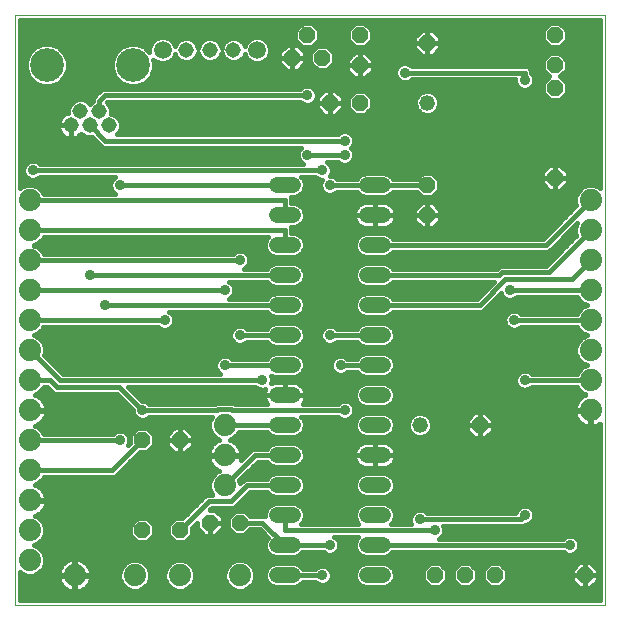
<source format=gbl>
G75*
%MOIN*%
%OFA0B0*%
%FSLAX25Y25*%
%IPPOS*%
%LPD*%
%AMOC8*
5,1,8,0,0,1.08239X$1,22.5*
%
%ADD10C,0.00000*%
%ADD11OC8,0.05200*%
%ADD12C,0.05200*%
%ADD13C,0.07400*%
%ADD14C,0.05150*%
%ADD15C,0.11220*%
%ADD16C,0.05200*%
%ADD17C,0.05937*%
%ADD18C,0.01600*%
%ADD19C,0.03562*%
D10*
X0001800Y0001800D02*
X0001800Y0198650D01*
X0198650Y0198650D01*
X0198650Y0001800D01*
X0001800Y0001800D01*
D11*
X0044300Y0026800D03*
X0056800Y0026800D03*
X0066800Y0029300D03*
X0076800Y0029300D03*
X0056800Y0056800D03*
X0044300Y0056800D03*
X0139300Y0131800D03*
X0139300Y0141800D03*
X0116800Y0169300D03*
X0106800Y0169300D03*
X0116800Y0181800D03*
X0116800Y0191800D03*
X0104300Y0184300D03*
X0099300Y0191800D03*
X0094300Y0184300D03*
X0139300Y0189300D03*
X0181800Y0191800D03*
X0181800Y0181800D03*
X0181800Y0174300D03*
X0181800Y0144300D03*
X0156800Y0061800D03*
X0151800Y0011800D03*
X0141800Y0011800D03*
X0161800Y0011800D03*
X0191800Y0011800D03*
D12*
X0136800Y0061800D03*
X0139300Y0169300D03*
D13*
X0193800Y0136800D03*
X0193800Y0126800D03*
X0193800Y0116800D03*
X0193800Y0106800D03*
X0193800Y0096800D03*
X0193800Y0086800D03*
X0193800Y0076800D03*
X0193800Y0066800D03*
X0076800Y0011800D03*
X0056800Y0011800D03*
X0041800Y0011800D03*
X0021800Y0011800D03*
X0006800Y0016800D03*
X0006800Y0026800D03*
X0006800Y0036800D03*
X0006800Y0046800D03*
X0006800Y0056800D03*
X0006800Y0066800D03*
X0006800Y0076800D03*
X0006800Y0086800D03*
X0006800Y0096800D03*
X0006800Y0106800D03*
X0006800Y0116800D03*
X0006800Y0126800D03*
X0006800Y0136800D03*
X0071800Y0061800D03*
X0071800Y0051800D03*
X0071800Y0041800D03*
D14*
X0033099Y0161721D03*
X0029950Y0166446D03*
X0026800Y0161721D03*
X0023650Y0166446D03*
X0020501Y0161721D03*
X0058926Y0186800D03*
X0066800Y0186800D03*
X0074674Y0186800D03*
D15*
X0041170Y0181800D03*
X0012430Y0181800D03*
D16*
X0089200Y0141800D02*
X0094400Y0141800D01*
X0094400Y0131800D02*
X0089200Y0131800D01*
X0089200Y0121800D02*
X0094400Y0121800D01*
X0094400Y0111800D02*
X0089200Y0111800D01*
X0089200Y0101800D02*
X0094400Y0101800D01*
X0094400Y0091800D02*
X0089200Y0091800D01*
X0089200Y0081800D02*
X0094400Y0081800D01*
X0094400Y0071800D02*
X0089200Y0071800D01*
X0089200Y0061800D02*
X0094400Y0061800D01*
X0094400Y0051800D02*
X0089200Y0051800D01*
X0089200Y0041800D02*
X0094400Y0041800D01*
X0094400Y0031800D02*
X0089200Y0031800D01*
X0089200Y0021800D02*
X0094400Y0021800D01*
X0094400Y0011800D02*
X0089200Y0011800D01*
X0119200Y0011800D02*
X0124400Y0011800D01*
X0124400Y0021800D02*
X0119200Y0021800D01*
X0119200Y0031800D02*
X0124400Y0031800D01*
X0124400Y0041800D02*
X0119200Y0041800D01*
X0119200Y0051800D02*
X0124400Y0051800D01*
X0124400Y0061800D02*
X0119200Y0061800D01*
X0119200Y0071800D02*
X0124400Y0071800D01*
X0124400Y0081800D02*
X0119200Y0081800D01*
X0119200Y0091800D02*
X0124400Y0091800D01*
X0124400Y0101800D02*
X0119200Y0101800D01*
X0119200Y0111800D02*
X0124400Y0111800D01*
X0124400Y0121800D02*
X0119200Y0121800D01*
X0119200Y0131800D02*
X0124400Y0131800D01*
X0124400Y0141800D02*
X0119200Y0141800D01*
D17*
X0082548Y0186800D03*
X0051052Y0186800D03*
D18*
X0047969Y0183705D02*
X0048577Y0183097D01*
X0050183Y0182431D01*
X0051921Y0182431D01*
X0053527Y0183097D01*
X0054755Y0184325D01*
X0055202Y0185404D01*
X0055556Y0184548D01*
X0056674Y0183430D01*
X0058135Y0182825D01*
X0059717Y0182825D01*
X0061178Y0183430D01*
X0062296Y0184548D01*
X0062863Y0185918D01*
X0063430Y0184548D01*
X0064548Y0183430D01*
X0066009Y0182825D01*
X0067591Y0182825D01*
X0069052Y0183430D01*
X0070170Y0184548D01*
X0070737Y0185918D01*
X0071304Y0184548D01*
X0072422Y0183430D01*
X0073883Y0182825D01*
X0075465Y0182825D01*
X0076926Y0183430D01*
X0078044Y0184548D01*
X0078398Y0185404D01*
X0078845Y0184325D01*
X0080073Y0183097D01*
X0081679Y0182431D01*
X0083417Y0182431D01*
X0085023Y0183097D01*
X0086251Y0184325D01*
X0086917Y0185931D01*
X0086917Y0187669D01*
X0086251Y0189275D01*
X0085023Y0190503D01*
X0083417Y0191168D01*
X0081679Y0191168D01*
X0080073Y0190503D01*
X0078845Y0189275D01*
X0078398Y0188196D01*
X0078044Y0189052D01*
X0076926Y0190170D01*
X0075465Y0190775D01*
X0073883Y0190775D01*
X0072422Y0190170D01*
X0071304Y0189052D01*
X0070737Y0187682D01*
X0070170Y0189052D01*
X0069052Y0190170D01*
X0067591Y0190775D01*
X0066009Y0190775D01*
X0064548Y0190170D01*
X0063430Y0189052D01*
X0062863Y0187682D01*
X0062296Y0189052D01*
X0061178Y0190170D01*
X0059717Y0190775D01*
X0058135Y0190775D01*
X0056674Y0190170D01*
X0055556Y0189052D01*
X0055202Y0188196D01*
X0054755Y0189275D01*
X0053527Y0190503D01*
X0051921Y0191168D01*
X0050183Y0191168D01*
X0048577Y0190503D01*
X0047349Y0189275D01*
X0046683Y0187669D01*
X0046683Y0186201D01*
X0045141Y0187743D01*
X0042564Y0188810D01*
X0039776Y0188810D01*
X0037199Y0187743D01*
X0035227Y0185771D01*
X0034160Y0183194D01*
X0034160Y0180406D01*
X0035227Y0177829D01*
X0037199Y0175857D01*
X0039776Y0174790D01*
X0042564Y0174790D01*
X0045141Y0175857D01*
X0047113Y0177829D01*
X0048180Y0180406D01*
X0048180Y0183194D01*
X0047969Y0183705D01*
X0048180Y0182432D02*
X0050182Y0182432D01*
X0051922Y0182432D02*
X0081678Y0182432D01*
X0083418Y0182432D02*
X0089946Y0182432D01*
X0089900Y0182477D02*
X0092477Y0179900D01*
X0094300Y0179900D01*
X0096123Y0179900D01*
X0098700Y0182477D01*
X0098700Y0184300D01*
X0098700Y0186123D01*
X0096123Y0188700D01*
X0094300Y0188700D01*
X0094300Y0184300D01*
X0098700Y0184300D01*
X0094300Y0184300D01*
X0094300Y0184300D01*
X0094300Y0184300D01*
X0094300Y0179900D01*
X0094300Y0184300D01*
X0094300Y0184300D01*
X0094300Y0184300D01*
X0089900Y0184300D01*
X0089900Y0186123D01*
X0092477Y0188700D01*
X0094300Y0188700D01*
X0094300Y0184300D01*
X0089900Y0184300D01*
X0089900Y0182477D01*
X0089900Y0184030D02*
X0085956Y0184030D01*
X0086791Y0185629D02*
X0089900Y0185629D01*
X0091005Y0187227D02*
X0086917Y0187227D01*
X0086437Y0188826D02*
X0096617Y0188826D01*
X0097643Y0187800D02*
X0100957Y0187800D01*
X0103300Y0190143D01*
X0103300Y0193457D01*
X0100957Y0195800D01*
X0097643Y0195800D01*
X0095300Y0193457D01*
X0095300Y0190143D01*
X0097643Y0187800D01*
X0097595Y0187227D02*
X0101570Y0187227D01*
X0102643Y0188300D02*
X0100300Y0185957D01*
X0100300Y0182643D01*
X0102643Y0180300D01*
X0105957Y0180300D01*
X0108300Y0182643D01*
X0108300Y0185957D01*
X0105957Y0188300D01*
X0102643Y0188300D01*
X0101983Y0188826D02*
X0114117Y0188826D01*
X0115143Y0187800D02*
X0112800Y0190143D01*
X0112800Y0193457D01*
X0115143Y0195800D01*
X0118457Y0195800D01*
X0120800Y0193457D01*
X0120800Y0190143D01*
X0118457Y0187800D01*
X0115143Y0187800D01*
X0114977Y0186200D02*
X0112400Y0183623D01*
X0112400Y0181800D01*
X0116800Y0181800D01*
X0116800Y0181800D01*
X0116800Y0186200D01*
X0118623Y0186200D01*
X0121200Y0183623D01*
X0121200Y0181800D01*
X0116800Y0181800D01*
X0116800Y0181800D01*
X0116800Y0181800D01*
X0116800Y0186200D01*
X0114977Y0186200D01*
X0114406Y0185629D02*
X0108300Y0185629D01*
X0108300Y0184030D02*
X0112808Y0184030D01*
X0112400Y0182432D02*
X0108089Y0182432D01*
X0106490Y0180833D02*
X0112400Y0180833D01*
X0112400Y0179977D02*
X0112400Y0181800D01*
X0116800Y0181800D01*
X0121200Y0181800D01*
X0121200Y0179977D01*
X0118623Y0177400D01*
X0116800Y0177400D01*
X0116800Y0181800D01*
X0116800Y0181800D01*
X0116800Y0177400D01*
X0114977Y0177400D01*
X0112400Y0179977D01*
X0113143Y0179235D02*
X0047695Y0179235D01*
X0048180Y0180833D02*
X0091544Y0180833D01*
X0094300Y0180833D02*
X0094300Y0180833D01*
X0094300Y0182432D02*
X0094300Y0182432D01*
X0094300Y0184030D02*
X0094300Y0184030D01*
X0094300Y0185629D02*
X0094300Y0185629D01*
X0094300Y0187227D02*
X0094300Y0187227D01*
X0095300Y0190424D02*
X0085102Y0190424D01*
X0079994Y0190424D02*
X0076311Y0190424D01*
X0078137Y0188826D02*
X0078659Y0188826D01*
X0079140Y0184030D02*
X0077526Y0184030D01*
X0071823Y0184030D02*
X0069652Y0184030D01*
X0070617Y0185629D02*
X0070857Y0185629D01*
X0071211Y0188826D02*
X0070263Y0188826D01*
X0068437Y0190424D02*
X0073037Y0190424D01*
X0065163Y0190424D02*
X0060563Y0190424D01*
X0062389Y0188826D02*
X0063337Y0188826D01*
X0062983Y0185629D02*
X0062743Y0185629D01*
X0061777Y0184030D02*
X0063948Y0184030D01*
X0057289Y0190424D02*
X0053606Y0190424D01*
X0054941Y0188826D02*
X0055463Y0188826D01*
X0056074Y0184030D02*
X0054460Y0184030D01*
X0048498Y0190424D02*
X0003600Y0190424D01*
X0003600Y0188826D02*
X0047163Y0188826D01*
X0046683Y0187227D02*
X0045657Y0187227D01*
X0036683Y0187227D02*
X0016917Y0187227D01*
X0016401Y0187743D02*
X0013824Y0188810D01*
X0011035Y0188810D01*
X0008459Y0187743D01*
X0006487Y0185771D01*
X0005420Y0183194D01*
X0005420Y0180406D01*
X0006487Y0177829D01*
X0008459Y0175857D01*
X0011035Y0174790D01*
X0013824Y0174790D01*
X0016401Y0175857D01*
X0018373Y0177829D01*
X0019440Y0180406D01*
X0019440Y0183194D01*
X0018373Y0185771D01*
X0016401Y0187743D01*
X0018432Y0185629D02*
X0035168Y0185629D01*
X0034506Y0184030D02*
X0019094Y0184030D01*
X0019440Y0182432D02*
X0034160Y0182432D01*
X0034160Y0180833D02*
X0019440Y0180833D01*
X0018955Y0179235D02*
X0034645Y0179235D01*
X0035420Y0177636D02*
X0018180Y0177636D01*
X0016582Y0176038D02*
X0037018Y0176038D01*
X0030889Y0174000D02*
X0029600Y0172711D01*
X0027750Y0170861D01*
X0027750Y0169837D01*
X0027698Y0169815D01*
X0026800Y0168917D01*
X0025902Y0169815D01*
X0024441Y0170420D01*
X0022860Y0170420D01*
X0021399Y0169815D01*
X0020281Y0168697D01*
X0019676Y0167236D01*
X0019676Y0166020D01*
X0019476Y0165988D01*
X0018821Y0165776D01*
X0018208Y0165463D01*
X0017651Y0165058D01*
X0017164Y0164571D01*
X0016759Y0164014D01*
X0016446Y0163401D01*
X0016234Y0162746D01*
X0016126Y0162066D01*
X0016126Y0161721D01*
X0016126Y0161377D01*
X0016234Y0160697D01*
X0016446Y0160042D01*
X0016759Y0159428D01*
X0017164Y0158871D01*
X0017651Y0158384D01*
X0018208Y0157980D01*
X0018821Y0157667D01*
X0019476Y0157454D01*
X0020156Y0157346D01*
X0020501Y0157346D01*
X0020845Y0157346D01*
X0021525Y0157454D01*
X0022180Y0157667D01*
X0022794Y0157980D01*
X0023351Y0158384D01*
X0023838Y0158871D01*
X0023918Y0158982D01*
X0024548Y0158352D01*
X0026009Y0157746D01*
X0027591Y0157746D01*
X0027642Y0157768D01*
X0031048Y0154362D01*
X0097363Y0154362D01*
X0096603Y0153602D01*
X0096119Y0152433D01*
X0096119Y0151167D01*
X0096603Y0149998D01*
X0097498Y0149103D01*
X0097747Y0149000D01*
X0010080Y0149000D01*
X0009583Y0149497D01*
X0008414Y0149981D01*
X0007148Y0149981D01*
X0005979Y0149497D01*
X0005084Y0148602D01*
X0004600Y0147433D01*
X0004600Y0146167D01*
X0005084Y0144998D01*
X0005979Y0144103D01*
X0007148Y0143619D01*
X0008414Y0143619D01*
X0009583Y0144103D01*
X0010080Y0144600D01*
X0035247Y0144600D01*
X0034998Y0144497D01*
X0034103Y0143602D01*
X0033619Y0142433D01*
X0033619Y0141167D01*
X0034103Y0139998D01*
X0034998Y0139103D01*
X0035247Y0139000D01*
X0011409Y0139000D01*
X0011124Y0139689D01*
X0009689Y0141124D01*
X0007814Y0141900D01*
X0005786Y0141900D01*
X0003911Y0141124D01*
X0003600Y0140812D01*
X0003600Y0196850D01*
X0196850Y0196850D01*
X0196850Y0140962D01*
X0196689Y0141124D01*
X0194814Y0141900D01*
X0192786Y0141900D01*
X0190911Y0141124D01*
X0189476Y0139689D01*
X0188700Y0137814D01*
X0188700Y0135786D01*
X0188985Y0135097D01*
X0177889Y0124000D01*
X0127818Y0124000D01*
X0127791Y0124066D01*
X0126666Y0125191D01*
X0125196Y0125800D01*
X0118404Y0125800D01*
X0116934Y0125191D01*
X0115809Y0124066D01*
X0115200Y0122596D01*
X0115200Y0121004D01*
X0115809Y0119534D01*
X0116934Y0118409D01*
X0118404Y0117800D01*
X0125196Y0117800D01*
X0126666Y0118409D01*
X0127791Y0119534D01*
X0127818Y0119600D01*
X0179711Y0119600D01*
X0189248Y0129136D01*
X0188700Y0127814D01*
X0188700Y0125786D01*
X0188985Y0125097D01*
X0178870Y0114981D01*
X0163411Y0114981D01*
X0162430Y0114000D01*
X0127818Y0114000D01*
X0127791Y0114066D01*
X0126666Y0115191D01*
X0125196Y0115800D01*
X0118404Y0115800D01*
X0116934Y0115191D01*
X0115809Y0114066D01*
X0115200Y0112596D01*
X0115200Y0111004D01*
X0115809Y0109534D01*
X0116934Y0108409D01*
X0118404Y0107800D01*
X0125196Y0107800D01*
X0126666Y0108409D01*
X0127791Y0109534D01*
X0127818Y0109600D01*
X0161424Y0109600D01*
X0155824Y0104000D01*
X0127818Y0104000D01*
X0127791Y0104066D01*
X0126666Y0105191D01*
X0125196Y0105800D01*
X0118404Y0105800D01*
X0116934Y0105191D01*
X0115809Y0104066D01*
X0115200Y0102596D01*
X0115200Y0101004D01*
X0115809Y0099534D01*
X0116934Y0098409D01*
X0118404Y0097800D01*
X0125196Y0097800D01*
X0126666Y0098409D01*
X0127791Y0099534D01*
X0127818Y0099600D01*
X0157647Y0099600D01*
X0163793Y0105746D01*
X0164103Y0104998D01*
X0164998Y0104103D01*
X0166167Y0103619D01*
X0167433Y0103619D01*
X0168602Y0104103D01*
X0169099Y0104600D01*
X0189191Y0104600D01*
X0189476Y0103911D01*
X0190911Y0102476D01*
X0192544Y0101800D01*
X0190911Y0101124D01*
X0189476Y0099689D01*
X0189191Y0099000D01*
X0170518Y0099000D01*
X0170021Y0099497D01*
X0168852Y0099981D01*
X0167586Y0099981D01*
X0166417Y0099497D01*
X0165522Y0098602D01*
X0165038Y0097433D01*
X0165038Y0096167D01*
X0165522Y0094998D01*
X0166417Y0094103D01*
X0167586Y0093619D01*
X0168852Y0093619D01*
X0170021Y0094103D01*
X0170518Y0094600D01*
X0189191Y0094600D01*
X0189476Y0093911D01*
X0190911Y0092476D01*
X0192544Y0091800D01*
X0190911Y0091124D01*
X0189476Y0089689D01*
X0188700Y0087814D01*
X0188700Y0085786D01*
X0189476Y0083911D01*
X0190911Y0082476D01*
X0192544Y0081800D01*
X0190911Y0081124D01*
X0189476Y0079689D01*
X0189191Y0079000D01*
X0174099Y0079000D01*
X0173602Y0079497D01*
X0172433Y0079981D01*
X0171167Y0079981D01*
X0169998Y0079497D01*
X0169103Y0078602D01*
X0168619Y0077433D01*
X0168619Y0076167D01*
X0169103Y0074998D01*
X0169998Y0074103D01*
X0171167Y0073619D01*
X0172433Y0073619D01*
X0173602Y0074103D01*
X0174099Y0074600D01*
X0189191Y0074600D01*
X0189476Y0073911D01*
X0190911Y0072476D01*
X0192037Y0072010D01*
X0191689Y0071897D01*
X0190917Y0071504D01*
X0190217Y0070995D01*
X0189605Y0070383D01*
X0189096Y0069683D01*
X0188703Y0068911D01*
X0188435Y0068088D01*
X0188300Y0067233D01*
X0188300Y0067000D01*
X0193600Y0067000D01*
X0193600Y0066600D01*
X0194000Y0066600D01*
X0194000Y0061300D01*
X0194233Y0061300D01*
X0195088Y0061435D01*
X0195911Y0061703D01*
X0196683Y0062096D01*
X0196850Y0062218D01*
X0196850Y0003600D01*
X0003600Y0003600D01*
X0003600Y0012788D01*
X0003911Y0012476D01*
X0005786Y0011700D01*
X0007814Y0011700D01*
X0009689Y0012476D01*
X0011124Y0013911D01*
X0011900Y0015786D01*
X0011900Y0017814D01*
X0011124Y0019689D01*
X0009689Y0021124D01*
X0008056Y0021800D01*
X0009689Y0022476D01*
X0011124Y0023911D01*
X0011900Y0025786D01*
X0011900Y0027814D01*
X0011124Y0029689D01*
X0009689Y0031124D01*
X0008563Y0031590D01*
X0008911Y0031703D01*
X0009683Y0032096D01*
X0010383Y0032605D01*
X0010995Y0033217D01*
X0011504Y0033917D01*
X0011897Y0034689D01*
X0012165Y0035512D01*
X0012300Y0036367D01*
X0012300Y0036600D01*
X0007000Y0036600D01*
X0007000Y0037000D01*
X0012300Y0037000D01*
X0012300Y0037233D01*
X0012165Y0038088D01*
X0011897Y0038911D01*
X0011504Y0039683D01*
X0010995Y0040383D01*
X0010383Y0040995D01*
X0009683Y0041504D01*
X0008911Y0041897D01*
X0008563Y0042010D01*
X0009689Y0042476D01*
X0011124Y0043911D01*
X0011409Y0044600D01*
X0035211Y0044600D01*
X0043411Y0052800D01*
X0045957Y0052800D01*
X0048300Y0055143D01*
X0048300Y0058457D01*
X0045957Y0060800D01*
X0042643Y0060800D01*
X0040300Y0058457D01*
X0040300Y0055911D01*
X0039575Y0055186D01*
X0039981Y0056167D01*
X0039981Y0057433D01*
X0039497Y0058602D01*
X0038602Y0059497D01*
X0037433Y0059981D01*
X0036167Y0059981D01*
X0034998Y0059497D01*
X0034501Y0059000D01*
X0011409Y0059000D01*
X0011124Y0059689D01*
X0009689Y0061124D01*
X0008563Y0061590D01*
X0008911Y0061703D01*
X0009683Y0062096D01*
X0010383Y0062605D01*
X0010995Y0063217D01*
X0011504Y0063917D01*
X0011897Y0064689D01*
X0012165Y0065512D01*
X0012300Y0066367D01*
X0012300Y0066600D01*
X0007000Y0066600D01*
X0007000Y0067000D01*
X0012300Y0067000D01*
X0012300Y0067233D01*
X0012165Y0068088D01*
X0011897Y0068911D01*
X0011504Y0069683D01*
X0010995Y0070383D01*
X0010383Y0070995D01*
X0009683Y0071504D01*
X0008911Y0071897D01*
X0008563Y0072010D01*
X0009689Y0072476D01*
X0011124Y0073911D01*
X0011409Y0074600D01*
X0012495Y0074600D01*
X0013606Y0073489D01*
X0014895Y0072200D01*
X0035789Y0072200D01*
X0041119Y0066870D01*
X0041119Y0066167D01*
X0041603Y0064998D01*
X0042498Y0064103D01*
X0043667Y0063619D01*
X0044933Y0063619D01*
X0046102Y0064103D01*
X0046599Y0064600D01*
X0067440Y0064600D01*
X0066700Y0062814D01*
X0066700Y0060786D01*
X0067476Y0058911D01*
X0068911Y0057476D01*
X0070037Y0057010D01*
X0069689Y0056897D01*
X0068917Y0056504D01*
X0068217Y0055995D01*
X0067605Y0055383D01*
X0067096Y0054683D01*
X0066703Y0053911D01*
X0066435Y0053088D01*
X0066300Y0052233D01*
X0066300Y0052000D01*
X0071600Y0052000D01*
X0071600Y0051600D01*
X0066300Y0051600D01*
X0066300Y0051367D01*
X0066435Y0050512D01*
X0066703Y0049689D01*
X0067096Y0048917D01*
X0067605Y0048217D01*
X0068217Y0047605D01*
X0068917Y0047096D01*
X0069689Y0046703D01*
X0070037Y0046590D01*
X0068911Y0046124D01*
X0067476Y0044689D01*
X0066700Y0042814D01*
X0066700Y0040786D01*
X0067476Y0038911D01*
X0067688Y0038700D01*
X0065589Y0038700D01*
X0064300Y0037411D01*
X0057689Y0030800D01*
X0055143Y0030800D01*
X0052800Y0028457D01*
X0052800Y0025143D01*
X0055143Y0022800D01*
X0058457Y0022800D01*
X0060800Y0025143D01*
X0060800Y0027689D01*
X0062400Y0029289D01*
X0062400Y0027477D01*
X0064977Y0024900D01*
X0066800Y0024900D01*
X0068623Y0024900D01*
X0071200Y0027477D01*
X0071200Y0029300D01*
X0071200Y0031123D01*
X0068623Y0033700D01*
X0066811Y0033700D01*
X0067411Y0034300D01*
X0074907Y0034300D01*
X0076195Y0035589D01*
X0080207Y0039600D01*
X0085782Y0039600D01*
X0085809Y0039534D01*
X0086934Y0038409D01*
X0088404Y0037800D01*
X0095196Y0037800D01*
X0096666Y0038409D01*
X0097791Y0039534D01*
X0098400Y0041004D01*
X0098400Y0042596D01*
X0097791Y0044066D01*
X0096666Y0045191D01*
X0095196Y0045800D01*
X0088404Y0045800D01*
X0086934Y0045191D01*
X0085809Y0044066D01*
X0085782Y0044000D01*
X0078384Y0044000D01*
X0076900Y0042516D01*
X0076900Y0042814D01*
X0076615Y0043503D01*
X0082711Y0049600D01*
X0085782Y0049600D01*
X0085809Y0049534D01*
X0086934Y0048409D01*
X0088404Y0047800D01*
X0095196Y0047800D01*
X0096666Y0048409D01*
X0097791Y0049534D01*
X0098400Y0051004D01*
X0098400Y0052596D01*
X0097791Y0054066D01*
X0096666Y0055191D01*
X0095196Y0055800D01*
X0088404Y0055800D01*
X0086934Y0055191D01*
X0085809Y0054066D01*
X0085782Y0054000D01*
X0080889Y0054000D01*
X0077051Y0050162D01*
X0077165Y0050512D01*
X0077300Y0051367D01*
X0077300Y0051600D01*
X0072000Y0051600D01*
X0072000Y0052000D01*
X0077300Y0052000D01*
X0077300Y0052233D01*
X0077165Y0053088D01*
X0076897Y0053911D01*
X0076504Y0054683D01*
X0075995Y0055383D01*
X0075383Y0055995D01*
X0074683Y0056504D01*
X0073911Y0056897D01*
X0073563Y0057010D01*
X0074689Y0057476D01*
X0076124Y0058911D01*
X0076409Y0059600D01*
X0085782Y0059600D01*
X0085809Y0059534D01*
X0086934Y0058409D01*
X0088404Y0057800D01*
X0095196Y0057800D01*
X0096666Y0058409D01*
X0097791Y0059534D01*
X0098400Y0061004D01*
X0098400Y0062596D01*
X0097791Y0064066D01*
X0097257Y0064600D01*
X0109501Y0064600D01*
X0109998Y0064103D01*
X0111167Y0063619D01*
X0112433Y0063619D01*
X0113602Y0064103D01*
X0114497Y0064998D01*
X0114981Y0066167D01*
X0114981Y0067433D01*
X0114497Y0068602D01*
X0113602Y0069497D01*
X0112433Y0069981D01*
X0111167Y0069981D01*
X0109998Y0069497D01*
X0109501Y0069000D01*
X0097804Y0069000D01*
X0098163Y0069494D01*
X0098478Y0070111D01*
X0098692Y0070770D01*
X0098800Y0071454D01*
X0098800Y0071800D01*
X0098800Y0072146D01*
X0098692Y0072830D01*
X0098478Y0073489D01*
X0098163Y0074106D01*
X0097756Y0074666D01*
X0097266Y0075156D01*
X0096706Y0075563D01*
X0096089Y0075878D01*
X0095430Y0076092D01*
X0094746Y0076200D01*
X0091800Y0076200D01*
X0091800Y0071800D01*
X0091800Y0071800D01*
X0098800Y0071800D01*
X0091800Y0071800D01*
X0091800Y0071800D01*
X0091800Y0071800D01*
X0084800Y0071800D01*
X0084800Y0072146D01*
X0084908Y0072830D01*
X0085122Y0073489D01*
X0085257Y0073753D01*
X0084933Y0073619D01*
X0083667Y0073619D01*
X0082498Y0074103D01*
X0082001Y0074600D01*
X0039611Y0074600D01*
X0044230Y0069981D01*
X0044933Y0069981D01*
X0046102Y0069497D01*
X0046599Y0069000D01*
X0068393Y0069000D01*
X0068693Y0069300D01*
X0074907Y0069300D01*
X0075207Y0069000D01*
X0085796Y0069000D01*
X0085437Y0069494D01*
X0085122Y0070111D01*
X0084908Y0070770D01*
X0084800Y0071454D01*
X0084800Y0071800D01*
X0091800Y0071800D01*
X0091800Y0076200D01*
X0088854Y0076200D01*
X0088170Y0076092D01*
X0087511Y0075878D01*
X0087321Y0075781D01*
X0087481Y0076167D01*
X0087481Y0077433D01*
X0087106Y0078338D01*
X0088404Y0077800D01*
X0095196Y0077800D01*
X0096666Y0078409D01*
X0097791Y0079534D01*
X0098400Y0081004D01*
X0098400Y0082596D01*
X0097791Y0084066D01*
X0096666Y0085191D01*
X0095196Y0085800D01*
X0088404Y0085800D01*
X0086934Y0085191D01*
X0085809Y0084066D01*
X0085782Y0084000D01*
X0074099Y0084000D01*
X0073602Y0084497D01*
X0072433Y0084981D01*
X0071167Y0084981D01*
X0069998Y0084497D01*
X0069103Y0083602D01*
X0068619Y0082433D01*
X0068619Y0081167D01*
X0069103Y0079998D01*
X0069998Y0079103D01*
X0070247Y0079000D01*
X0017711Y0079000D01*
X0011615Y0085097D01*
X0011900Y0085786D01*
X0011900Y0087814D01*
X0011124Y0089689D01*
X0009689Y0091124D01*
X0008056Y0091800D01*
X0009689Y0092476D01*
X0011124Y0093911D01*
X0011409Y0094600D01*
X0049501Y0094600D01*
X0049998Y0094103D01*
X0051167Y0093619D01*
X0052433Y0093619D01*
X0053602Y0094103D01*
X0054497Y0094998D01*
X0054981Y0096167D01*
X0054981Y0097433D01*
X0054497Y0098602D01*
X0053602Y0099497D01*
X0053353Y0099600D01*
X0085782Y0099600D01*
X0085809Y0099534D01*
X0086934Y0098409D01*
X0088404Y0097800D01*
X0095196Y0097800D01*
X0096666Y0098409D01*
X0097791Y0099534D01*
X0098400Y0101004D01*
X0098400Y0102596D01*
X0097791Y0104066D01*
X0096666Y0105191D01*
X0095196Y0105800D01*
X0088404Y0105800D01*
X0086934Y0105191D01*
X0085809Y0104066D01*
X0085782Y0104000D01*
X0073353Y0104000D01*
X0073602Y0104103D01*
X0074497Y0104998D01*
X0074981Y0106167D01*
X0074981Y0107433D01*
X0074497Y0108602D01*
X0073602Y0109497D01*
X0073353Y0109600D01*
X0085782Y0109600D01*
X0085809Y0109534D01*
X0086934Y0108409D01*
X0088404Y0107800D01*
X0095196Y0107800D01*
X0096666Y0108409D01*
X0097791Y0109534D01*
X0098400Y0111004D01*
X0098400Y0112596D01*
X0097791Y0114066D01*
X0096666Y0115191D01*
X0095196Y0115800D01*
X0088404Y0115800D01*
X0086934Y0115191D01*
X0085809Y0114066D01*
X0085782Y0114000D01*
X0078353Y0114000D01*
X0078602Y0114103D01*
X0079497Y0114998D01*
X0079981Y0116167D01*
X0079981Y0117433D01*
X0079497Y0118602D01*
X0078602Y0119497D01*
X0077433Y0119981D01*
X0076167Y0119981D01*
X0074998Y0119497D01*
X0074501Y0119000D01*
X0011409Y0119000D01*
X0011124Y0119689D01*
X0009689Y0121124D01*
X0008056Y0121800D01*
X0009689Y0122476D01*
X0011124Y0123911D01*
X0011409Y0124600D01*
X0086343Y0124600D01*
X0085809Y0124066D01*
X0085200Y0122596D01*
X0085200Y0121004D01*
X0085809Y0119534D01*
X0086934Y0118409D01*
X0088404Y0117800D01*
X0095196Y0117800D01*
X0096666Y0118409D01*
X0097791Y0119534D01*
X0098400Y0121004D01*
X0098400Y0122596D01*
X0097791Y0124066D01*
X0096666Y0125191D01*
X0095196Y0125800D01*
X0094000Y0125800D01*
X0094000Y0127711D01*
X0093911Y0127800D01*
X0095196Y0127800D01*
X0096666Y0128409D01*
X0097791Y0129534D01*
X0098400Y0131004D01*
X0098400Y0132596D01*
X0097791Y0134066D01*
X0096666Y0135191D01*
X0095196Y0135800D01*
X0094000Y0135800D01*
X0094000Y0137711D01*
X0093911Y0137800D01*
X0095196Y0137800D01*
X0096666Y0138409D01*
X0097791Y0139534D01*
X0098400Y0141004D01*
X0098400Y0142596D01*
X0097791Y0144066D01*
X0097257Y0144600D01*
X0102001Y0144600D01*
X0102498Y0144103D01*
X0103667Y0143619D01*
X0104120Y0143619D01*
X0104103Y0143602D01*
X0103619Y0142433D01*
X0103619Y0141167D01*
X0104103Y0139998D01*
X0104998Y0139103D01*
X0106167Y0138619D01*
X0107433Y0138619D01*
X0108602Y0139103D01*
X0109099Y0139600D01*
X0115782Y0139600D01*
X0115809Y0139534D01*
X0116934Y0138409D01*
X0118404Y0137800D01*
X0125196Y0137800D01*
X0126666Y0138409D01*
X0127791Y0139534D01*
X0127818Y0139600D01*
X0135843Y0139600D01*
X0137643Y0137800D01*
X0140957Y0137800D01*
X0143300Y0140143D01*
X0143300Y0143457D01*
X0140957Y0145800D01*
X0137643Y0145800D01*
X0135843Y0144000D01*
X0127818Y0144000D01*
X0127791Y0144066D01*
X0126666Y0145191D01*
X0125196Y0145800D01*
X0118404Y0145800D01*
X0116934Y0145191D01*
X0115809Y0144066D01*
X0115782Y0144000D01*
X0109099Y0144000D01*
X0108602Y0144497D01*
X0107433Y0144981D01*
X0106980Y0144981D01*
X0106997Y0144998D01*
X0107481Y0146167D01*
X0107481Y0147433D01*
X0106997Y0148602D01*
X0106102Y0149497D01*
X0105853Y0149600D01*
X0109501Y0149600D01*
X0109998Y0149103D01*
X0111167Y0148619D01*
X0112433Y0148619D01*
X0113602Y0149103D01*
X0114497Y0149998D01*
X0114981Y0151167D01*
X0114981Y0152433D01*
X0114497Y0153602D01*
X0113918Y0154181D01*
X0114497Y0154760D01*
X0114981Y0155929D01*
X0114981Y0157195D01*
X0114497Y0158364D01*
X0113602Y0159259D01*
X0112433Y0159743D01*
X0111167Y0159743D01*
X0109998Y0159259D01*
X0109501Y0158762D01*
X0035761Y0158762D01*
X0036469Y0159470D01*
X0037074Y0160931D01*
X0037074Y0162512D01*
X0036469Y0163973D01*
X0035351Y0165091D01*
X0033924Y0165682D01*
X0033924Y0167236D01*
X0033319Y0168697D01*
X0032564Y0169453D01*
X0032711Y0169600D01*
X0097001Y0169600D01*
X0097498Y0169103D01*
X0098667Y0168619D01*
X0099933Y0168619D01*
X0101102Y0169103D01*
X0101997Y0169998D01*
X0102400Y0170971D01*
X0102400Y0169300D01*
X0106800Y0169300D01*
X0106800Y0169300D01*
X0106800Y0173700D01*
X0108623Y0173700D01*
X0111200Y0171123D01*
X0111200Y0169300D01*
X0106800Y0169300D01*
X0106800Y0169300D01*
X0106800Y0173700D01*
X0104977Y0173700D01*
X0102481Y0171204D01*
X0102481Y0172433D01*
X0101997Y0173602D01*
X0101102Y0174497D01*
X0099933Y0174981D01*
X0098667Y0174981D01*
X0097498Y0174497D01*
X0097001Y0174000D01*
X0030889Y0174000D01*
X0029729Y0172841D02*
X0003600Y0172841D01*
X0003600Y0174439D02*
X0097440Y0174439D01*
X0099300Y0171800D02*
X0031800Y0171800D01*
X0029950Y0169950D01*
X0029950Y0166446D01*
X0033924Y0166447D02*
X0103431Y0166447D01*
X0102400Y0167477D02*
X0104977Y0164900D01*
X0106800Y0164900D01*
X0108623Y0164900D01*
X0111200Y0167477D01*
X0111200Y0169300D01*
X0106800Y0169300D01*
X0106800Y0164900D01*
X0106800Y0169300D01*
X0106800Y0169300D01*
X0106800Y0169300D01*
X0102400Y0169300D01*
X0102400Y0167477D01*
X0102400Y0168045D02*
X0033589Y0168045D01*
X0035594Y0164848D02*
X0196850Y0164848D01*
X0196850Y0163250D02*
X0036768Y0163250D01*
X0037074Y0161651D02*
X0196850Y0161651D01*
X0196850Y0160053D02*
X0036710Y0160053D01*
X0031959Y0156562D02*
X0026800Y0161721D01*
X0024446Y0158454D02*
X0023421Y0158454D01*
X0020501Y0158454D02*
X0020501Y0158454D01*
X0020501Y0157346D02*
X0020501Y0161721D01*
X0020501Y0161721D01*
X0020501Y0157346D01*
X0020501Y0160053D02*
X0020501Y0160053D01*
X0020501Y0161651D02*
X0020501Y0161651D01*
X0020501Y0161721D02*
X0016126Y0161721D01*
X0020501Y0161721D01*
X0020501Y0161721D01*
X0017441Y0164848D02*
X0003600Y0164848D01*
X0003600Y0163250D02*
X0016397Y0163250D01*
X0016126Y0161651D02*
X0003600Y0161651D01*
X0003600Y0160053D02*
X0016443Y0160053D01*
X0017581Y0158454D02*
X0003600Y0158454D01*
X0003600Y0156856D02*
X0028554Y0156856D01*
X0030153Y0155257D02*
X0003600Y0155257D01*
X0003600Y0153659D02*
X0096660Y0153659D01*
X0096119Y0152060D02*
X0003600Y0152060D01*
X0003600Y0150462D02*
X0096411Y0150462D01*
X0099300Y0151800D02*
X0111800Y0151800D01*
X0110578Y0148863D02*
X0106736Y0148863D01*
X0107481Y0147265D02*
X0178542Y0147265D01*
X0177400Y0146123D02*
X0177400Y0144300D01*
X0181800Y0144300D01*
X0181800Y0144300D01*
X0181800Y0148700D01*
X0183623Y0148700D01*
X0186200Y0146123D01*
X0186200Y0144300D01*
X0181800Y0144300D01*
X0181800Y0144300D01*
X0181800Y0144300D01*
X0181800Y0148700D01*
X0179977Y0148700D01*
X0177400Y0146123D01*
X0177400Y0145666D02*
X0141091Y0145666D01*
X0142689Y0144068D02*
X0177400Y0144068D01*
X0177400Y0144300D02*
X0177400Y0142477D01*
X0179977Y0139900D01*
X0181800Y0139900D01*
X0183623Y0139900D01*
X0186200Y0142477D01*
X0186200Y0144300D01*
X0181800Y0144300D01*
X0181800Y0139900D01*
X0181800Y0144300D01*
X0181800Y0144300D01*
X0177400Y0144300D01*
X0177408Y0142469D02*
X0143300Y0142469D01*
X0143300Y0140870D02*
X0179007Y0140870D01*
X0181800Y0140870D02*
X0181800Y0140870D01*
X0181800Y0142469D02*
X0181800Y0142469D01*
X0181800Y0144068D02*
X0181800Y0144068D01*
X0181800Y0145666D02*
X0181800Y0145666D01*
X0181800Y0147265D02*
X0181800Y0147265D01*
X0185058Y0147265D02*
X0196850Y0147265D01*
X0196850Y0148863D02*
X0113022Y0148863D01*
X0114689Y0150462D02*
X0196850Y0150462D01*
X0196850Y0152060D02*
X0114981Y0152060D01*
X0114440Y0153659D02*
X0196850Y0153659D01*
X0196850Y0155257D02*
X0114703Y0155257D01*
X0114981Y0156856D02*
X0196850Y0156856D01*
X0196850Y0158454D02*
X0114407Y0158454D01*
X0111800Y0156562D02*
X0031959Y0156562D01*
X0027526Y0169644D02*
X0026074Y0169644D01*
X0028131Y0171242D02*
X0003600Y0171242D01*
X0003600Y0169644D02*
X0021227Y0169644D01*
X0020011Y0168045D02*
X0003600Y0168045D01*
X0003600Y0166447D02*
X0019676Y0166447D01*
X0008278Y0176038D02*
X0003600Y0176038D01*
X0003600Y0177636D02*
X0006680Y0177636D01*
X0005905Y0179235D02*
X0003600Y0179235D01*
X0003600Y0180833D02*
X0005420Y0180833D01*
X0005420Y0182432D02*
X0003600Y0182432D01*
X0003600Y0184030D02*
X0005766Y0184030D01*
X0006428Y0185629D02*
X0003600Y0185629D01*
X0003600Y0187227D02*
X0007943Y0187227D01*
X0003600Y0192023D02*
X0095300Y0192023D01*
X0095465Y0193621D02*
X0003600Y0193621D01*
X0003600Y0195220D02*
X0097063Y0195220D01*
X0101537Y0195220D02*
X0114563Y0195220D01*
X0112965Y0193621D02*
X0103135Y0193621D01*
X0103300Y0192023D02*
X0112800Y0192023D01*
X0112800Y0190424D02*
X0103300Y0190424D01*
X0107030Y0187227D02*
X0135150Y0187227D01*
X0134900Y0187477D02*
X0137477Y0184900D01*
X0139300Y0184900D01*
X0141123Y0184900D01*
X0143700Y0187477D01*
X0143700Y0189300D01*
X0143700Y0191123D01*
X0141123Y0193700D01*
X0139300Y0193700D01*
X0139300Y0189300D01*
X0139300Y0189300D01*
X0143700Y0189300D01*
X0139300Y0189300D01*
X0139300Y0189300D01*
X0139300Y0189300D01*
X0134900Y0189300D01*
X0134900Y0191123D01*
X0137477Y0193700D01*
X0139300Y0193700D01*
X0139300Y0189300D01*
X0139300Y0184900D01*
X0139300Y0189300D01*
X0139300Y0189300D01*
X0134900Y0189300D01*
X0134900Y0187477D01*
X0134900Y0188826D02*
X0119483Y0188826D01*
X0120800Y0190424D02*
X0134900Y0190424D01*
X0135800Y0192023D02*
X0120800Y0192023D01*
X0120635Y0193621D02*
X0137399Y0193621D01*
X0139300Y0193621D02*
X0139300Y0193621D01*
X0139300Y0192023D02*
X0139300Y0192023D01*
X0139300Y0190424D02*
X0139300Y0190424D01*
X0139300Y0188826D02*
X0139300Y0188826D01*
X0139300Y0187227D02*
X0139300Y0187227D01*
X0139300Y0185629D02*
X0139300Y0185629D01*
X0141851Y0185629D02*
X0179972Y0185629D01*
X0180143Y0185800D02*
X0177800Y0183457D01*
X0177800Y0180143D01*
X0179893Y0178050D01*
X0177800Y0175957D01*
X0177800Y0172643D01*
X0180143Y0170300D01*
X0183457Y0170300D01*
X0185800Y0172643D01*
X0185800Y0175957D01*
X0183707Y0178050D01*
X0185800Y0180143D01*
X0185800Y0183457D01*
X0183457Y0185800D01*
X0180143Y0185800D01*
X0180143Y0187800D02*
X0183457Y0187800D01*
X0185800Y0190143D01*
X0185800Y0193457D01*
X0183457Y0195800D01*
X0180143Y0195800D01*
X0177800Y0193457D01*
X0177800Y0190143D01*
X0180143Y0187800D01*
X0179117Y0188826D02*
X0143700Y0188826D01*
X0143700Y0190424D02*
X0177800Y0190424D01*
X0177800Y0192023D02*
X0142800Y0192023D01*
X0141201Y0193621D02*
X0177965Y0193621D01*
X0179563Y0195220D02*
X0119037Y0195220D01*
X0119194Y0185629D02*
X0136749Y0185629D01*
X0133602Y0181997D02*
X0134099Y0181500D01*
X0172711Y0181500D01*
X0174000Y0180211D01*
X0174000Y0179099D01*
X0174497Y0178602D01*
X0174981Y0177433D01*
X0174981Y0176167D01*
X0174497Y0174998D01*
X0173602Y0174103D01*
X0172433Y0173619D01*
X0171167Y0173619D01*
X0169998Y0174103D01*
X0169103Y0174998D01*
X0168619Y0176167D01*
X0168619Y0177100D01*
X0134099Y0177100D01*
X0133602Y0176603D01*
X0132433Y0176119D01*
X0131167Y0176119D01*
X0129998Y0176603D01*
X0129103Y0177498D01*
X0128619Y0178667D01*
X0128619Y0179933D01*
X0129103Y0181102D01*
X0129998Y0181997D01*
X0131167Y0182481D01*
X0132433Y0182481D01*
X0133602Y0181997D01*
X0132552Y0182432D02*
X0177800Y0182432D01*
X0177800Y0180833D02*
X0173378Y0180833D01*
X0174000Y0179235D02*
X0178708Y0179235D01*
X0179479Y0177636D02*
X0174897Y0177636D01*
X0174927Y0176038D02*
X0177881Y0176038D01*
X0177800Y0174439D02*
X0173938Y0174439D01*
X0171800Y0176800D02*
X0171800Y0179300D01*
X0131800Y0179300D01*
X0128992Y0180833D02*
X0121200Y0180833D01*
X0121200Y0182432D02*
X0131048Y0182432D01*
X0128619Y0179235D02*
X0120457Y0179235D01*
X0118859Y0177636D02*
X0129046Y0177636D01*
X0135909Y0171566D02*
X0135300Y0170096D01*
X0135300Y0168504D01*
X0135909Y0167034D01*
X0137034Y0165909D01*
X0138504Y0165300D01*
X0140096Y0165300D01*
X0141566Y0165909D01*
X0142691Y0167034D01*
X0143300Y0168504D01*
X0143300Y0170096D01*
X0142691Y0171566D01*
X0141566Y0172691D01*
X0140096Y0173300D01*
X0138504Y0173300D01*
X0137034Y0172691D01*
X0135909Y0171566D01*
X0135775Y0171242D02*
X0120515Y0171242D01*
X0120800Y0170957D02*
X0118457Y0173300D01*
X0115143Y0173300D01*
X0112800Y0170957D01*
X0112800Y0167643D01*
X0115143Y0165300D01*
X0118457Y0165300D01*
X0120800Y0167643D01*
X0120800Y0170957D01*
X0120800Y0169644D02*
X0135300Y0169644D01*
X0135490Y0168045D02*
X0120800Y0168045D01*
X0119604Y0166447D02*
X0136496Y0166447D01*
X0142104Y0166447D02*
X0196850Y0166447D01*
X0196850Y0168045D02*
X0143110Y0168045D01*
X0143300Y0169644D02*
X0196850Y0169644D01*
X0196850Y0171242D02*
X0184399Y0171242D01*
X0185800Y0172841D02*
X0196850Y0172841D01*
X0196850Y0174439D02*
X0185800Y0174439D01*
X0185719Y0176038D02*
X0196850Y0176038D01*
X0196850Y0177636D02*
X0184121Y0177636D01*
X0184892Y0179235D02*
X0196850Y0179235D01*
X0196850Y0180833D02*
X0185800Y0180833D01*
X0185800Y0182432D02*
X0196850Y0182432D01*
X0196850Y0184030D02*
X0185227Y0184030D01*
X0183628Y0185629D02*
X0196850Y0185629D01*
X0196850Y0187227D02*
X0143450Y0187227D01*
X0141204Y0172841D02*
X0177800Y0172841D01*
X0179201Y0171242D02*
X0142825Y0171242D01*
X0137396Y0172841D02*
X0118916Y0172841D01*
X0114684Y0172841D02*
X0109482Y0172841D01*
X0111080Y0171242D02*
X0113085Y0171242D01*
X0112800Y0169644D02*
X0111200Y0169644D01*
X0111200Y0168045D02*
X0112800Y0168045D01*
X0113996Y0166447D02*
X0110169Y0166447D01*
X0106800Y0166447D02*
X0106800Y0166447D01*
X0106800Y0168045D02*
X0106800Y0168045D01*
X0106800Y0169644D02*
X0106800Y0169644D01*
X0106800Y0171242D02*
X0106800Y0171242D01*
X0106800Y0172841D02*
X0106800Y0172841D01*
X0104118Y0172841D02*
X0102312Y0172841D01*
X0102481Y0171242D02*
X0102520Y0171242D01*
X0102400Y0169644D02*
X0101642Y0169644D01*
X0101160Y0174439D02*
X0169662Y0174439D01*
X0168673Y0176038D02*
X0045322Y0176038D01*
X0046920Y0177636D02*
X0114741Y0177636D01*
X0116800Y0177636D02*
X0116800Y0177636D01*
X0116800Y0179235D02*
X0116800Y0179235D01*
X0116800Y0180833D02*
X0116800Y0180833D01*
X0116800Y0182432D02*
X0116800Y0182432D01*
X0116800Y0184030D02*
X0116800Y0184030D01*
X0116800Y0185629D02*
X0116800Y0185629D01*
X0120792Y0184030D02*
X0178373Y0184030D01*
X0184483Y0188826D02*
X0196850Y0188826D01*
X0196850Y0190424D02*
X0185800Y0190424D01*
X0185800Y0192023D02*
X0196850Y0192023D01*
X0196850Y0193621D02*
X0185635Y0193621D01*
X0184037Y0195220D02*
X0196850Y0195220D01*
X0196850Y0196818D02*
X0003600Y0196818D01*
X0003600Y0148863D02*
X0005345Y0148863D01*
X0004600Y0147265D02*
X0003600Y0147265D01*
X0003600Y0145666D02*
X0004808Y0145666D01*
X0003600Y0144068D02*
X0006065Y0144068D01*
X0009497Y0144068D02*
X0034569Y0144068D01*
X0033634Y0142469D02*
X0003600Y0142469D01*
X0003600Y0140870D02*
X0003658Y0140870D01*
X0006800Y0136800D02*
X0091800Y0136800D01*
X0091800Y0131800D01*
X0091800Y0126800D02*
X0091800Y0121800D01*
X0086852Y0118491D02*
X0079543Y0118491D01*
X0079981Y0116893D02*
X0180782Y0116893D01*
X0182380Y0118491D02*
X0126748Y0118491D01*
X0126416Y0115294D02*
X0179183Y0115294D01*
X0179781Y0112781D02*
X0164323Y0112781D01*
X0163341Y0111800D01*
X0121800Y0111800D01*
X0117184Y0115294D02*
X0096416Y0115294D01*
X0097944Y0113696D02*
X0115656Y0113696D01*
X0115200Y0112097D02*
X0098400Y0112097D01*
X0098191Y0110499D02*
X0115409Y0110499D01*
X0116443Y0108900D02*
X0097157Y0108900D01*
X0095429Y0105703D02*
X0118171Y0105703D01*
X0115848Y0104105D02*
X0097752Y0104105D01*
X0098400Y0102506D02*
X0115200Y0102506D01*
X0115240Y0100908D02*
X0098360Y0100908D01*
X0097566Y0099309D02*
X0116034Y0099309D01*
X0116934Y0095191D02*
X0118404Y0095800D01*
X0125196Y0095800D01*
X0126666Y0095191D01*
X0127791Y0094066D01*
X0128400Y0092596D01*
X0128400Y0091004D01*
X0127791Y0089534D01*
X0126666Y0088409D01*
X0125196Y0087800D01*
X0118404Y0087800D01*
X0116934Y0088409D01*
X0115809Y0089534D01*
X0115782Y0089600D01*
X0109099Y0089600D01*
X0108602Y0089103D01*
X0107433Y0088619D01*
X0106167Y0088619D01*
X0104998Y0089103D01*
X0104103Y0089998D01*
X0103619Y0091167D01*
X0103619Y0092433D01*
X0104103Y0093602D01*
X0104998Y0094497D01*
X0106167Y0094981D01*
X0107433Y0094981D01*
X0108602Y0094497D01*
X0109099Y0094000D01*
X0115782Y0094000D01*
X0115809Y0094066D01*
X0116934Y0095191D01*
X0116257Y0094514D02*
X0108561Y0094514D01*
X0106800Y0091800D02*
X0121800Y0091800D01*
X0125967Y0088120D02*
X0188826Y0088120D01*
X0188700Y0086521D02*
X0011900Y0086521D01*
X0011789Y0084923D02*
X0071026Y0084923D01*
X0072574Y0084923D02*
X0086666Y0084923D01*
X0087633Y0088120D02*
X0011774Y0088120D01*
X0011094Y0089718D02*
X0074383Y0089718D01*
X0074103Y0089998D02*
X0074998Y0089103D01*
X0076167Y0088619D01*
X0077433Y0088619D01*
X0078602Y0089103D01*
X0079099Y0089600D01*
X0085782Y0089600D01*
X0085809Y0089534D01*
X0086934Y0088409D01*
X0088404Y0087800D01*
X0095196Y0087800D01*
X0096666Y0088409D01*
X0097791Y0089534D01*
X0098400Y0091004D01*
X0098400Y0092596D01*
X0097791Y0094066D01*
X0096666Y0095191D01*
X0095196Y0095800D01*
X0088404Y0095800D01*
X0086934Y0095191D01*
X0085809Y0094066D01*
X0085782Y0094000D01*
X0079099Y0094000D01*
X0078602Y0094497D01*
X0077433Y0094981D01*
X0076167Y0094981D01*
X0074998Y0094497D01*
X0074103Y0093602D01*
X0073619Y0092433D01*
X0073619Y0091167D01*
X0074103Y0089998D01*
X0073619Y0091317D02*
X0009223Y0091317D01*
X0010128Y0092915D02*
X0073819Y0092915D01*
X0075039Y0094514D02*
X0054012Y0094514D01*
X0054958Y0096112D02*
X0165061Y0096112D01*
X0165153Y0097711D02*
X0054866Y0097711D01*
X0053790Y0099309D02*
X0086034Y0099309D01*
X0086257Y0094514D02*
X0078561Y0094514D01*
X0076800Y0091800D02*
X0091800Y0091800D01*
X0095967Y0088120D02*
X0117633Y0088120D01*
X0118404Y0085800D02*
X0116934Y0085191D01*
X0115809Y0084066D01*
X0115782Y0084000D01*
X0112680Y0084000D01*
X0112183Y0084497D01*
X0111014Y0084981D01*
X0109748Y0084981D01*
X0108579Y0084497D01*
X0107684Y0083602D01*
X0107200Y0082433D01*
X0107200Y0081167D01*
X0107684Y0079998D01*
X0108579Y0079103D01*
X0109748Y0078619D01*
X0111014Y0078619D01*
X0112183Y0079103D01*
X0112680Y0079600D01*
X0115782Y0079600D01*
X0115809Y0079534D01*
X0116934Y0078409D01*
X0118404Y0077800D01*
X0125196Y0077800D01*
X0126666Y0078409D01*
X0127791Y0079534D01*
X0128400Y0081004D01*
X0128400Y0082596D01*
X0127791Y0084066D01*
X0126666Y0085191D01*
X0125196Y0085800D01*
X0118404Y0085800D01*
X0116666Y0084923D02*
X0111155Y0084923D01*
X0109607Y0084923D02*
X0096934Y0084923D01*
X0098098Y0083324D02*
X0107569Y0083324D01*
X0107200Y0081726D02*
X0098400Y0081726D01*
X0098037Y0080127D02*
X0107631Y0080127D01*
X0110381Y0081800D02*
X0121800Y0081800D01*
X0116815Y0078529D02*
X0096785Y0078529D01*
X0097025Y0075332D02*
X0117273Y0075332D01*
X0116934Y0075191D02*
X0115809Y0074066D01*
X0115200Y0072596D01*
X0115200Y0071004D01*
X0115809Y0069534D01*
X0116934Y0068409D01*
X0118404Y0067800D01*
X0125196Y0067800D01*
X0126666Y0068409D01*
X0127791Y0069534D01*
X0128400Y0071004D01*
X0128400Y0072596D01*
X0127791Y0074066D01*
X0126666Y0075191D01*
X0125196Y0075800D01*
X0118404Y0075800D01*
X0116934Y0075191D01*
X0115671Y0073733D02*
X0098353Y0073733D01*
X0098800Y0072134D02*
X0115200Y0072134D01*
X0115394Y0070536D02*
X0098616Y0070536D01*
X0097715Y0064142D02*
X0109959Y0064142D01*
X0111800Y0066800D02*
X0074295Y0066800D01*
X0073995Y0067100D01*
X0069605Y0067100D01*
X0069305Y0066800D01*
X0044300Y0066800D01*
X0036700Y0074400D01*
X0015806Y0074400D01*
X0013406Y0076800D01*
X0006800Y0076800D01*
X0008863Y0072134D02*
X0035854Y0072134D01*
X0037453Y0070536D02*
X0010842Y0070536D01*
X0011884Y0068937D02*
X0039051Y0068937D01*
X0040650Y0067339D02*
X0012283Y0067339D01*
X0012201Y0065740D02*
X0041296Y0065740D01*
X0042459Y0064142D02*
X0011618Y0064142D01*
X0010298Y0062543D02*
X0066700Y0062543D01*
X0066700Y0060945D02*
X0058878Y0060945D01*
X0058623Y0061200D02*
X0056800Y0061200D01*
X0056800Y0056800D01*
X0056800Y0056800D01*
X0061200Y0056800D01*
X0061200Y0058623D01*
X0058623Y0061200D01*
X0056800Y0061200D02*
X0054977Y0061200D01*
X0052400Y0058623D01*
X0052400Y0056800D01*
X0056800Y0056800D01*
X0056800Y0056800D01*
X0056800Y0056800D01*
X0056800Y0061200D01*
X0056800Y0060945D02*
X0056800Y0060945D01*
X0056800Y0059346D02*
X0056800Y0059346D01*
X0056800Y0057748D02*
X0056800Y0057748D01*
X0056800Y0056800D02*
X0052400Y0056800D01*
X0052400Y0054977D01*
X0054977Y0052400D01*
X0056800Y0052400D01*
X0058623Y0052400D01*
X0061200Y0054977D01*
X0061200Y0056800D01*
X0056800Y0056800D01*
X0056800Y0052400D01*
X0056800Y0056800D01*
X0056800Y0056800D01*
X0056800Y0056149D02*
X0056800Y0056149D01*
X0056800Y0054551D02*
X0056800Y0054551D01*
X0056800Y0052952D02*
X0056800Y0052952D01*
X0059175Y0052952D02*
X0066414Y0052952D01*
X0066302Y0051354D02*
X0041965Y0051354D01*
X0040367Y0049755D02*
X0066681Y0049755D01*
X0067665Y0048157D02*
X0038768Y0048157D01*
X0037170Y0046558D02*
X0069961Y0046558D01*
X0067747Y0044960D02*
X0035571Y0044960D01*
X0034300Y0046800D02*
X0044300Y0056800D01*
X0047708Y0054551D02*
X0052827Y0054551D01*
X0052400Y0056149D02*
X0048300Y0056149D01*
X0048300Y0057748D02*
X0052400Y0057748D01*
X0053124Y0059346D02*
X0047410Y0059346D01*
X0046141Y0064142D02*
X0067250Y0064142D01*
X0067296Y0059346D02*
X0060476Y0059346D01*
X0061200Y0057748D02*
X0068640Y0057748D01*
X0068429Y0056149D02*
X0061200Y0056149D01*
X0060773Y0054551D02*
X0067029Y0054551D01*
X0075171Y0056149D02*
X0118534Y0056149D01*
X0118854Y0056200D02*
X0118170Y0056092D01*
X0117511Y0055878D01*
X0116894Y0055563D01*
X0116334Y0055156D01*
X0115844Y0054666D01*
X0115437Y0054106D01*
X0115122Y0053489D01*
X0114908Y0052830D01*
X0114800Y0052146D01*
X0114800Y0051800D01*
X0121800Y0051800D01*
X0121800Y0051800D01*
X0121800Y0056200D01*
X0124746Y0056200D01*
X0125430Y0056092D01*
X0126089Y0055878D01*
X0126706Y0055563D01*
X0127266Y0055156D01*
X0127756Y0054666D01*
X0128163Y0054106D01*
X0128478Y0053489D01*
X0128692Y0052830D01*
X0128800Y0052146D01*
X0128800Y0051800D01*
X0121800Y0051800D01*
X0121800Y0051800D01*
X0121800Y0047400D01*
X0124746Y0047400D01*
X0125430Y0047508D01*
X0126089Y0047722D01*
X0126706Y0048037D01*
X0127266Y0048444D01*
X0127756Y0048934D01*
X0128163Y0049494D01*
X0128478Y0050111D01*
X0128692Y0050770D01*
X0128800Y0051454D01*
X0128800Y0051800D01*
X0121800Y0051800D01*
X0121800Y0051800D01*
X0121800Y0051800D01*
X0121800Y0056200D01*
X0118854Y0056200D01*
X0118404Y0057800D02*
X0125196Y0057800D01*
X0126666Y0058409D01*
X0127791Y0059534D01*
X0128400Y0061004D01*
X0128400Y0062596D01*
X0127791Y0064066D01*
X0126666Y0065191D01*
X0125196Y0065800D01*
X0118404Y0065800D01*
X0116934Y0065191D01*
X0115809Y0064066D01*
X0115200Y0062596D01*
X0115200Y0061004D01*
X0115809Y0059534D01*
X0116934Y0058409D01*
X0118404Y0057800D01*
X0115997Y0059346D02*
X0097603Y0059346D01*
X0098375Y0060945D02*
X0115225Y0060945D01*
X0115200Y0062543D02*
X0098400Y0062543D01*
X0091800Y0061800D02*
X0071800Y0061800D01*
X0076304Y0059346D02*
X0085997Y0059346D01*
X0086294Y0054551D02*
X0076571Y0054551D01*
X0077186Y0052952D02*
X0079841Y0052952D01*
X0078243Y0051354D02*
X0077298Y0051354D01*
X0081800Y0051800D02*
X0071800Y0041800D01*
X0066700Y0041763D02*
X0009175Y0041763D01*
X0010574Y0043361D02*
X0066927Y0043361D01*
X0066957Y0040164D02*
X0011154Y0040164D01*
X0012009Y0038566D02*
X0065454Y0038566D01*
X0063856Y0036967D02*
X0007000Y0036967D01*
X0011397Y0033770D02*
X0060659Y0033770D01*
X0059060Y0032172D02*
X0009787Y0032172D01*
X0010239Y0030573D02*
X0042416Y0030573D01*
X0042643Y0030800D02*
X0040300Y0028457D01*
X0040300Y0025143D01*
X0042643Y0022800D01*
X0045957Y0022800D01*
X0048300Y0025143D01*
X0048300Y0028457D01*
X0045957Y0030800D01*
X0042643Y0030800D01*
X0040818Y0028975D02*
X0011419Y0028975D01*
X0011900Y0027376D02*
X0040300Y0027376D01*
X0040300Y0025778D02*
X0011897Y0025778D01*
X0011235Y0024179D02*
X0041264Y0024179D01*
X0047336Y0024179D02*
X0053764Y0024179D01*
X0052800Y0025778D02*
X0048300Y0025778D01*
X0048300Y0027376D02*
X0052800Y0027376D01*
X0053318Y0028975D02*
X0047782Y0028975D01*
X0046184Y0030573D02*
X0054916Y0030573D01*
X0056800Y0026800D02*
X0066500Y0036500D01*
X0073995Y0036500D01*
X0079295Y0041800D01*
X0091800Y0041800D01*
X0086777Y0038566D02*
X0079172Y0038566D01*
X0077574Y0036967D02*
X0196850Y0036967D01*
X0196850Y0035369D02*
X0126237Y0035369D01*
X0126666Y0035191D02*
X0125196Y0035800D01*
X0118404Y0035800D01*
X0116934Y0035191D01*
X0115809Y0034066D01*
X0115200Y0032596D01*
X0115200Y0031004D01*
X0115809Y0029534D01*
X0116343Y0029000D01*
X0097257Y0029000D01*
X0097791Y0029534D01*
X0098400Y0031004D01*
X0098400Y0032596D01*
X0097791Y0034066D01*
X0096666Y0035191D01*
X0095196Y0035800D01*
X0088404Y0035800D01*
X0086934Y0035191D01*
X0085809Y0034066D01*
X0085200Y0032596D01*
X0085200Y0031500D01*
X0080257Y0031500D01*
X0078457Y0033300D01*
X0075143Y0033300D01*
X0072800Y0030957D01*
X0072800Y0027643D01*
X0075143Y0025300D01*
X0078457Y0025300D01*
X0080257Y0027100D01*
X0083389Y0027100D01*
X0086116Y0024373D01*
X0085809Y0024066D01*
X0085200Y0022596D01*
X0085200Y0021004D01*
X0085809Y0019534D01*
X0086934Y0018409D01*
X0088404Y0017800D01*
X0095196Y0017800D01*
X0096666Y0018409D01*
X0097791Y0019534D01*
X0097818Y0019600D01*
X0104501Y0019600D01*
X0104998Y0019103D01*
X0106167Y0018619D01*
X0107433Y0018619D01*
X0108602Y0019103D01*
X0109497Y0019998D01*
X0109981Y0021167D01*
X0109981Y0022433D01*
X0109497Y0023602D01*
X0108602Y0024497D01*
X0108353Y0024600D01*
X0116343Y0024600D01*
X0115809Y0024066D01*
X0115200Y0022596D01*
X0115200Y0021004D01*
X0115809Y0019534D01*
X0116934Y0018409D01*
X0118404Y0017800D01*
X0125196Y0017800D01*
X0126666Y0018409D01*
X0127791Y0019534D01*
X0127818Y0019600D01*
X0184501Y0019600D01*
X0184998Y0019103D01*
X0186167Y0018619D01*
X0187433Y0018619D01*
X0188602Y0019103D01*
X0189497Y0019998D01*
X0189981Y0021167D01*
X0189981Y0022433D01*
X0189497Y0023602D01*
X0188602Y0024497D01*
X0187433Y0024981D01*
X0186167Y0024981D01*
X0184998Y0024497D01*
X0184501Y0024000D01*
X0143353Y0024000D01*
X0143602Y0024103D01*
X0144497Y0024998D01*
X0144981Y0026167D01*
X0144981Y0027433D01*
X0144671Y0028181D01*
X0171292Y0028181D01*
X0171730Y0028619D01*
X0172433Y0028619D01*
X0173602Y0029103D01*
X0174497Y0029998D01*
X0174981Y0031167D01*
X0174981Y0032433D01*
X0174497Y0033602D01*
X0173602Y0034497D01*
X0172433Y0034981D01*
X0171167Y0034981D01*
X0169998Y0034497D01*
X0169103Y0033602D01*
X0168680Y0032581D01*
X0139099Y0032581D01*
X0138602Y0033078D01*
X0137433Y0033562D01*
X0136167Y0033562D01*
X0134998Y0033078D01*
X0134103Y0032183D01*
X0133619Y0031014D01*
X0133619Y0029748D01*
X0133929Y0029000D01*
X0127257Y0029000D01*
X0127791Y0029534D01*
X0128400Y0031004D01*
X0128400Y0032596D01*
X0127791Y0034066D01*
X0126666Y0035191D01*
X0127913Y0033770D02*
X0169271Y0033770D01*
X0171800Y0031800D02*
X0170381Y0030381D01*
X0136800Y0030381D01*
X0133619Y0030573D02*
X0128221Y0030573D01*
X0128400Y0032172D02*
X0134098Y0032172D01*
X0126823Y0038566D02*
X0196850Y0038566D01*
X0196850Y0040164D02*
X0128052Y0040164D01*
X0127791Y0039534D02*
X0128400Y0041004D01*
X0128400Y0042596D01*
X0127791Y0044066D01*
X0126666Y0045191D01*
X0125196Y0045800D01*
X0118404Y0045800D01*
X0116934Y0045191D01*
X0115809Y0044066D01*
X0115200Y0042596D01*
X0115200Y0041004D01*
X0115809Y0039534D01*
X0116934Y0038409D01*
X0118404Y0037800D01*
X0125196Y0037800D01*
X0126666Y0038409D01*
X0127791Y0039534D01*
X0128400Y0041763D02*
X0196850Y0041763D01*
X0196850Y0043361D02*
X0128083Y0043361D01*
X0126897Y0044960D02*
X0196850Y0044960D01*
X0196850Y0046558D02*
X0079670Y0046558D01*
X0081268Y0048157D02*
X0087543Y0048157D01*
X0086703Y0044960D02*
X0078071Y0044960D01*
X0077745Y0043361D02*
X0076673Y0043361D01*
X0075975Y0035369D02*
X0087363Y0035369D01*
X0085687Y0033770D02*
X0066881Y0033770D01*
X0070151Y0032172D02*
X0074015Y0032172D01*
X0072800Y0030573D02*
X0071200Y0030573D01*
X0071200Y0029300D02*
X0066800Y0029300D01*
X0066800Y0029300D01*
X0071200Y0029300D01*
X0071200Y0028975D02*
X0072800Y0028975D01*
X0073067Y0027376D02*
X0071099Y0027376D01*
X0069500Y0025778D02*
X0074665Y0025778D01*
X0076800Y0029300D02*
X0084300Y0029300D01*
X0091800Y0021800D01*
X0106800Y0021800D01*
X0108920Y0024179D02*
X0115922Y0024179D01*
X0115200Y0022581D02*
X0109920Y0022581D01*
X0109904Y0020982D02*
X0115209Y0020982D01*
X0115960Y0019384D02*
X0108882Y0019384D01*
X0104718Y0019384D02*
X0097640Y0019384D01*
X0096666Y0015191D02*
X0095196Y0015800D01*
X0088404Y0015800D01*
X0086934Y0015191D01*
X0085809Y0014066D01*
X0085200Y0012596D01*
X0085200Y0011004D01*
X0085809Y0009534D01*
X0086934Y0008409D01*
X0088404Y0007800D01*
X0095196Y0007800D01*
X0096666Y0008409D01*
X0097791Y0009534D01*
X0097818Y0009600D01*
X0102001Y0009600D01*
X0102498Y0009103D01*
X0103667Y0008619D01*
X0104933Y0008619D01*
X0106102Y0009103D01*
X0106997Y0009998D01*
X0107481Y0011167D01*
X0107481Y0012433D01*
X0106997Y0013602D01*
X0106102Y0014497D01*
X0104933Y0014981D01*
X0103667Y0014981D01*
X0102498Y0014497D01*
X0102001Y0014000D01*
X0097818Y0014000D01*
X0097791Y0014066D01*
X0096666Y0015191D01*
X0097269Y0014588D02*
X0102718Y0014588D01*
X0105882Y0014588D02*
X0116331Y0014588D01*
X0115809Y0014066D02*
X0115200Y0012596D01*
X0115200Y0011004D01*
X0115809Y0009534D01*
X0116934Y0008409D01*
X0118404Y0007800D01*
X0125196Y0007800D01*
X0126666Y0008409D01*
X0127791Y0009534D01*
X0128400Y0011004D01*
X0128400Y0012596D01*
X0127791Y0014066D01*
X0126666Y0015191D01*
X0125196Y0015800D01*
X0118404Y0015800D01*
X0116934Y0015191D01*
X0115809Y0014066D01*
X0115363Y0012990D02*
X0107250Y0012990D01*
X0107481Y0011391D02*
X0115200Y0011391D01*
X0115702Y0009793D02*
X0106791Y0009793D01*
X0104300Y0011800D02*
X0091800Y0011800D01*
X0096147Y0008194D02*
X0117453Y0008194D01*
X0126147Y0008194D02*
X0139749Y0008194D01*
X0140143Y0007800D02*
X0143457Y0007800D01*
X0145800Y0010143D01*
X0145800Y0013457D01*
X0143457Y0015800D01*
X0140143Y0015800D01*
X0137800Y0013457D01*
X0137800Y0010143D01*
X0140143Y0007800D01*
X0138151Y0009793D02*
X0127898Y0009793D01*
X0128400Y0011391D02*
X0137800Y0011391D01*
X0137800Y0012990D02*
X0128237Y0012990D01*
X0127269Y0014588D02*
X0138931Y0014588D01*
X0144669Y0014588D02*
X0148931Y0014588D01*
X0147800Y0013457D02*
X0150143Y0015800D01*
X0153457Y0015800D01*
X0155800Y0013457D01*
X0155800Y0010143D01*
X0153457Y0007800D01*
X0150143Y0007800D01*
X0147800Y0010143D01*
X0147800Y0013457D01*
X0147800Y0012990D02*
X0145800Y0012990D01*
X0145800Y0011391D02*
X0147800Y0011391D01*
X0148151Y0009793D02*
X0145449Y0009793D01*
X0143851Y0008194D02*
X0149749Y0008194D01*
X0153851Y0008194D02*
X0159749Y0008194D01*
X0160143Y0007800D02*
X0163457Y0007800D01*
X0165800Y0010143D01*
X0165800Y0013457D01*
X0163457Y0015800D01*
X0160143Y0015800D01*
X0157800Y0013457D01*
X0157800Y0010143D01*
X0160143Y0007800D01*
X0158151Y0009793D02*
X0155449Y0009793D01*
X0155800Y0011391D02*
X0157800Y0011391D01*
X0157800Y0012990D02*
X0155800Y0012990D01*
X0154669Y0014588D02*
X0158931Y0014588D01*
X0164669Y0014588D02*
X0188366Y0014588D01*
X0187400Y0013623D02*
X0187400Y0011800D01*
X0191800Y0011800D01*
X0196200Y0011800D01*
X0196200Y0013623D01*
X0193623Y0016200D01*
X0191800Y0016200D01*
X0191800Y0011800D01*
X0191800Y0011800D01*
X0191800Y0011800D01*
X0196200Y0011800D01*
X0196200Y0009977D01*
X0193623Y0007400D01*
X0191800Y0007400D01*
X0191800Y0011800D01*
X0191800Y0011800D01*
X0191800Y0011800D01*
X0191800Y0016200D01*
X0189977Y0016200D01*
X0187400Y0013623D01*
X0187400Y0012990D02*
X0165800Y0012990D01*
X0165800Y0011391D02*
X0187400Y0011391D01*
X0187400Y0011800D02*
X0187400Y0009977D01*
X0189977Y0007400D01*
X0191800Y0007400D01*
X0191800Y0011800D01*
X0187400Y0011800D01*
X0187585Y0009793D02*
X0165449Y0009793D01*
X0163851Y0008194D02*
X0189183Y0008194D01*
X0191800Y0008194D02*
X0191800Y0008194D01*
X0191800Y0009793D02*
X0191800Y0009793D01*
X0191800Y0011391D02*
X0191800Y0011391D01*
X0191800Y0012990D02*
X0191800Y0012990D01*
X0191800Y0014588D02*
X0191800Y0014588D01*
X0191800Y0016187D02*
X0191800Y0016187D01*
X0193636Y0016187D02*
X0196850Y0016187D01*
X0196850Y0017785D02*
X0011900Y0017785D01*
X0011900Y0016187D02*
X0018480Y0016187D01*
X0018217Y0015995D02*
X0017605Y0015383D01*
X0017096Y0014683D01*
X0016703Y0013911D01*
X0016435Y0013088D01*
X0016300Y0012233D01*
X0016300Y0012000D01*
X0021600Y0012000D01*
X0021600Y0017300D01*
X0021367Y0017300D01*
X0020512Y0017165D01*
X0019689Y0016897D01*
X0018917Y0016504D01*
X0018217Y0015995D01*
X0017048Y0014588D02*
X0011404Y0014588D01*
X0010202Y0012990D02*
X0016420Y0012990D01*
X0016300Y0011600D02*
X0016300Y0011367D01*
X0016435Y0010512D01*
X0016703Y0009689D01*
X0017096Y0008917D01*
X0017605Y0008217D01*
X0018217Y0007605D01*
X0018917Y0007096D01*
X0019689Y0006703D01*
X0020512Y0006435D01*
X0021367Y0006300D01*
X0021600Y0006300D01*
X0021600Y0011600D01*
X0016300Y0011600D01*
X0016300Y0011391D02*
X0003600Y0011391D01*
X0003600Y0009793D02*
X0016669Y0009793D01*
X0017628Y0008194D02*
X0003600Y0008194D01*
X0003600Y0006596D02*
X0020019Y0006596D01*
X0021600Y0006596D02*
X0022000Y0006596D01*
X0022000Y0006300D02*
X0022233Y0006300D01*
X0023088Y0006435D01*
X0023911Y0006703D01*
X0024683Y0007096D01*
X0025383Y0007605D01*
X0025995Y0008217D01*
X0026504Y0008917D01*
X0026897Y0009689D01*
X0027165Y0010512D01*
X0027300Y0011367D01*
X0027300Y0011600D01*
X0022000Y0011600D01*
X0022000Y0012000D01*
X0021600Y0012000D01*
X0021600Y0011600D01*
X0022000Y0011600D01*
X0022000Y0006300D01*
X0023581Y0006596D02*
X0196850Y0006596D01*
X0196850Y0008194D02*
X0194417Y0008194D01*
X0196015Y0009793D02*
X0196850Y0009793D01*
X0196850Y0011391D02*
X0196200Y0011391D01*
X0196200Y0012990D02*
X0196850Y0012990D01*
X0196850Y0014588D02*
X0195234Y0014588D01*
X0196850Y0019384D02*
X0188882Y0019384D01*
X0189904Y0020982D02*
X0196850Y0020982D01*
X0196850Y0022581D02*
X0189920Y0022581D01*
X0188920Y0024179D02*
X0196850Y0024179D01*
X0196850Y0025778D02*
X0144820Y0025778D01*
X0144981Y0027376D02*
X0196850Y0027376D01*
X0196850Y0028975D02*
X0173292Y0028975D01*
X0174735Y0030573D02*
X0196850Y0030573D01*
X0196850Y0032172D02*
X0174981Y0032172D01*
X0174329Y0033770D02*
X0196850Y0033770D01*
X0184680Y0024179D02*
X0143678Y0024179D01*
X0141800Y0026800D02*
X0091800Y0026800D01*
X0091800Y0031800D01*
X0096237Y0035369D02*
X0117363Y0035369D01*
X0115687Y0033770D02*
X0097913Y0033770D01*
X0098400Y0032172D02*
X0115200Y0032172D01*
X0115379Y0030573D02*
X0098221Y0030573D01*
X0096823Y0038566D02*
X0116777Y0038566D01*
X0115548Y0040164D02*
X0098052Y0040164D01*
X0098400Y0041763D02*
X0115200Y0041763D01*
X0115517Y0043361D02*
X0098083Y0043361D01*
X0096897Y0044960D02*
X0116703Y0044960D01*
X0117511Y0047722D02*
X0118170Y0047508D01*
X0118854Y0047400D01*
X0121800Y0047400D01*
X0121800Y0051800D01*
X0114800Y0051800D01*
X0114800Y0051454D01*
X0114908Y0050770D01*
X0115122Y0050111D01*
X0115437Y0049494D01*
X0115844Y0048934D01*
X0116334Y0048444D01*
X0116894Y0048037D01*
X0117511Y0047722D01*
X0116729Y0048157D02*
X0096057Y0048157D01*
X0097883Y0049755D02*
X0115304Y0049755D01*
X0114816Y0051354D02*
X0098400Y0051354D01*
X0098252Y0052952D02*
X0114948Y0052952D01*
X0115760Y0054551D02*
X0097306Y0054551D01*
X0091800Y0051800D02*
X0081800Y0051800D01*
X0074960Y0057748D02*
X0154630Y0057748D01*
X0154977Y0057400D02*
X0152400Y0059977D01*
X0152400Y0061800D01*
X0156800Y0061800D01*
X0161200Y0061800D01*
X0161200Y0063623D01*
X0158623Y0066200D01*
X0156800Y0066200D01*
X0156800Y0061800D01*
X0156800Y0061800D01*
X0156800Y0061800D01*
X0161200Y0061800D01*
X0161200Y0059977D01*
X0158623Y0057400D01*
X0156800Y0057400D01*
X0156800Y0061800D01*
X0156800Y0061800D01*
X0156800Y0061800D01*
X0156800Y0066200D01*
X0154977Y0066200D01*
X0152400Y0063623D01*
X0152400Y0061800D01*
X0156800Y0061800D01*
X0156800Y0057400D01*
X0154977Y0057400D01*
X0156800Y0057748D02*
X0156800Y0057748D01*
X0156800Y0059346D02*
X0156800Y0059346D01*
X0156800Y0060945D02*
X0156800Y0060945D01*
X0156800Y0062543D02*
X0156800Y0062543D01*
X0156800Y0064142D02*
X0156800Y0064142D01*
X0156800Y0065740D02*
X0156800Y0065740D01*
X0154518Y0065740D02*
X0137739Y0065740D01*
X0137596Y0065800D02*
X0136004Y0065800D01*
X0134534Y0065191D01*
X0133409Y0064066D01*
X0132800Y0062596D01*
X0132800Y0061004D01*
X0133409Y0059534D01*
X0134534Y0058409D01*
X0136004Y0057800D01*
X0137596Y0057800D01*
X0139066Y0058409D01*
X0140191Y0059534D01*
X0140800Y0061004D01*
X0140800Y0062596D01*
X0140191Y0064066D01*
X0139066Y0065191D01*
X0137596Y0065800D01*
X0135861Y0065740D02*
X0125339Y0065740D01*
X0127715Y0064142D02*
X0133485Y0064142D01*
X0132800Y0062543D02*
X0128400Y0062543D01*
X0128375Y0060945D02*
X0132825Y0060945D01*
X0133597Y0059346D02*
X0127603Y0059346D01*
X0125066Y0056149D02*
X0196850Y0056149D01*
X0196850Y0054551D02*
X0127840Y0054551D01*
X0128652Y0052952D02*
X0196850Y0052952D01*
X0196850Y0051354D02*
X0128784Y0051354D01*
X0128296Y0049755D02*
X0196850Y0049755D01*
X0196850Y0048157D02*
X0126871Y0048157D01*
X0121800Y0048157D02*
X0121800Y0048157D01*
X0121800Y0049755D02*
X0121800Y0049755D01*
X0121800Y0051354D02*
X0121800Y0051354D01*
X0121800Y0052952D02*
X0121800Y0052952D01*
X0121800Y0054551D02*
X0121800Y0054551D01*
X0121800Y0056149D02*
X0121800Y0056149D01*
X0115885Y0064142D02*
X0113641Y0064142D01*
X0114804Y0065740D02*
X0118261Y0065740D01*
X0114981Y0067339D02*
X0188317Y0067339D01*
X0188300Y0066600D02*
X0188300Y0066367D01*
X0188435Y0065512D01*
X0188703Y0064689D01*
X0189096Y0063917D01*
X0189605Y0063217D01*
X0190217Y0062605D01*
X0190917Y0062096D01*
X0191689Y0061703D01*
X0192512Y0061435D01*
X0193367Y0061300D01*
X0193600Y0061300D01*
X0193600Y0066600D01*
X0188300Y0066600D01*
X0188399Y0065740D02*
X0159082Y0065740D01*
X0160681Y0064142D02*
X0188982Y0064142D01*
X0190302Y0062543D02*
X0161200Y0062543D01*
X0161200Y0060945D02*
X0196850Y0060945D01*
X0196850Y0059346D02*
X0160569Y0059346D01*
X0158970Y0057748D02*
X0196850Y0057748D01*
X0194000Y0062543D02*
X0193600Y0062543D01*
X0193600Y0064142D02*
X0194000Y0064142D01*
X0194000Y0065740D02*
X0193600Y0065740D01*
X0189758Y0070536D02*
X0128206Y0070536D01*
X0128400Y0072134D02*
X0191737Y0072134D01*
X0189654Y0073733D02*
X0172708Y0073733D01*
X0170892Y0073733D02*
X0127929Y0073733D01*
X0126327Y0075332D02*
X0168965Y0075332D01*
X0168619Y0076930D02*
X0087481Y0076930D01*
X0085247Y0073733D02*
X0085208Y0073733D01*
X0084800Y0072134D02*
X0042077Y0072134D01*
X0043675Y0070536D02*
X0084984Y0070536D01*
X0083392Y0073733D02*
X0040478Y0073733D01*
X0041190Y0059346D02*
X0038752Y0059346D01*
X0039851Y0057748D02*
X0040300Y0057748D01*
X0040300Y0056149D02*
X0039974Y0056149D01*
X0036800Y0056800D02*
X0006800Y0056800D01*
X0011265Y0059346D02*
X0034848Y0059346D01*
X0046109Y0052952D02*
X0054425Y0052952D01*
X0054722Y0060945D02*
X0009868Y0060945D01*
X0010945Y0073733D02*
X0013362Y0073733D01*
X0016800Y0076800D02*
X0006800Y0086800D01*
X0013387Y0083324D02*
X0068988Y0083324D01*
X0068619Y0081726D02*
X0014986Y0081726D01*
X0016584Y0080127D02*
X0069050Y0080127D01*
X0071800Y0081800D02*
X0091800Y0081800D01*
X0091800Y0075332D02*
X0091800Y0075332D01*
X0091800Y0073733D02*
X0091800Y0073733D01*
X0091800Y0072134D02*
X0091800Y0072134D01*
X0084300Y0076800D02*
X0016800Y0076800D01*
X0011373Y0094514D02*
X0049588Y0094514D01*
X0051800Y0096800D02*
X0006800Y0096800D01*
X0006800Y0106800D02*
X0071800Y0106800D01*
X0074198Y0108900D02*
X0086443Y0108900D01*
X0088171Y0105703D02*
X0074789Y0105703D01*
X0074981Y0107302D02*
X0159126Y0107302D01*
X0160725Y0108900D02*
X0127157Y0108900D01*
X0125429Y0105703D02*
X0157528Y0105703D01*
X0155929Y0104105D02*
X0127752Y0104105D01*
X0127566Y0099309D02*
X0166229Y0099309D01*
X0168219Y0096800D02*
X0193800Y0096800D01*
X0189227Y0094514D02*
X0170431Y0094514D01*
X0166006Y0094514D02*
X0127343Y0094514D01*
X0128268Y0092915D02*
X0190472Y0092915D01*
X0191377Y0091317D02*
X0128400Y0091317D01*
X0127867Y0089718D02*
X0189506Y0089718D01*
X0189057Y0084923D02*
X0126934Y0084923D01*
X0128098Y0083324D02*
X0190063Y0083324D01*
X0192364Y0081726D02*
X0128400Y0081726D01*
X0128037Y0080127D02*
X0189915Y0080127D01*
X0193800Y0076800D02*
X0171800Y0076800D01*
X0169073Y0078529D02*
X0126785Y0078529D01*
X0127194Y0068937D02*
X0188716Y0068937D01*
X0189319Y0099309D02*
X0170208Y0099309D01*
X0168603Y0104105D02*
X0189396Y0104105D01*
X0190881Y0102506D02*
X0160553Y0102506D01*
X0158955Y0100908D02*
X0190695Y0100908D01*
X0193800Y0106800D02*
X0166800Y0106800D01*
X0163811Y0105703D02*
X0163750Y0105703D01*
X0164997Y0104105D02*
X0162152Y0104105D01*
X0156736Y0101800D02*
X0165317Y0110381D01*
X0187381Y0110381D01*
X0193800Y0116800D01*
X0187176Y0123287D02*
X0183398Y0123287D01*
X0184997Y0124885D02*
X0188774Y0124885D01*
X0188700Y0126484D02*
X0186595Y0126484D01*
X0188194Y0128082D02*
X0188811Y0128082D01*
X0185168Y0131279D02*
X0143700Y0131279D01*
X0143700Y0131800D02*
X0139300Y0131800D01*
X0139300Y0131800D01*
X0139300Y0136200D01*
X0141123Y0136200D01*
X0143700Y0133623D01*
X0143700Y0131800D01*
X0139300Y0131800D01*
X0139300Y0131800D01*
X0139300Y0131800D01*
X0134900Y0131800D01*
X0134900Y0133623D01*
X0137477Y0136200D01*
X0139300Y0136200D01*
X0139300Y0131800D01*
X0139300Y0127400D01*
X0141123Y0127400D01*
X0143700Y0129977D01*
X0143700Y0131800D01*
X0143700Y0132878D02*
X0186767Y0132878D01*
X0188365Y0134476D02*
X0142846Y0134476D01*
X0141248Y0136075D02*
X0188700Y0136075D01*
X0188700Y0137673D02*
X0094000Y0137673D01*
X0094000Y0136075D02*
X0118118Y0136075D01*
X0118170Y0136092D02*
X0117511Y0135878D01*
X0116894Y0135563D01*
X0116334Y0135156D01*
X0115844Y0134666D01*
X0115437Y0134106D01*
X0115122Y0133489D01*
X0114908Y0132830D01*
X0114800Y0132146D01*
X0114800Y0131800D01*
X0121800Y0131800D01*
X0121800Y0131800D01*
X0121800Y0136200D01*
X0124746Y0136200D01*
X0125430Y0136092D01*
X0126089Y0135878D01*
X0126706Y0135563D01*
X0127266Y0135156D01*
X0127756Y0134666D01*
X0128163Y0134106D01*
X0128478Y0133489D01*
X0128692Y0132830D01*
X0128800Y0132146D01*
X0128800Y0131800D01*
X0121800Y0131800D01*
X0121800Y0131800D01*
X0121800Y0127400D01*
X0124746Y0127400D01*
X0125430Y0127508D01*
X0126089Y0127722D01*
X0126706Y0128037D01*
X0127266Y0128444D01*
X0127756Y0128934D01*
X0128163Y0129494D01*
X0128478Y0130111D01*
X0128692Y0130770D01*
X0128800Y0131454D01*
X0128800Y0131800D01*
X0121800Y0131800D01*
X0121800Y0131800D01*
X0121800Y0131800D01*
X0121800Y0136200D01*
X0118854Y0136200D01*
X0118170Y0136092D01*
X0115706Y0134476D02*
X0097380Y0134476D01*
X0098283Y0132878D02*
X0114924Y0132878D01*
X0114800Y0131800D02*
X0114800Y0131454D01*
X0114908Y0130770D01*
X0115122Y0130111D01*
X0115437Y0129494D01*
X0115844Y0128934D01*
X0116334Y0128444D01*
X0116894Y0128037D01*
X0117511Y0127722D01*
X0118170Y0127508D01*
X0118854Y0127400D01*
X0121800Y0127400D01*
X0121800Y0131800D01*
X0114800Y0131800D01*
X0114828Y0131279D02*
X0098400Y0131279D01*
X0097852Y0129681D02*
X0115341Y0129681D01*
X0116831Y0128082D02*
X0095877Y0128082D01*
X0094000Y0126484D02*
X0180373Y0126484D01*
X0181971Y0128082D02*
X0141805Y0128082D01*
X0143403Y0129681D02*
X0183570Y0129681D01*
X0178774Y0124885D02*
X0126971Y0124885D01*
X0126769Y0128082D02*
X0136795Y0128082D01*
X0137477Y0127400D02*
X0134900Y0129977D01*
X0134900Y0131800D01*
X0139300Y0131800D01*
X0139300Y0131800D01*
X0139300Y0127400D01*
X0137477Y0127400D01*
X0139300Y0128082D02*
X0139300Y0128082D01*
X0139300Y0129681D02*
X0139300Y0129681D01*
X0139300Y0131279D02*
X0139300Y0131279D01*
X0139300Y0132878D02*
X0139300Y0132878D01*
X0139300Y0134476D02*
X0139300Y0134476D01*
X0139300Y0136075D02*
X0139300Y0136075D01*
X0137352Y0136075D02*
X0125482Y0136075D01*
X0127894Y0134476D02*
X0135754Y0134476D01*
X0134900Y0132878D02*
X0128676Y0132878D01*
X0128772Y0131279D02*
X0134900Y0131279D01*
X0135197Y0129681D02*
X0128258Y0129681D01*
X0121800Y0129681D02*
X0121800Y0129681D01*
X0121800Y0131279D02*
X0121800Y0131279D01*
X0121800Y0132878D02*
X0121800Y0132878D01*
X0121800Y0134476D02*
X0121800Y0134476D01*
X0121800Y0136075D02*
X0121800Y0136075D01*
X0121800Y0141800D02*
X0139300Y0141800D01*
X0142429Y0139272D02*
X0189304Y0139272D01*
X0190658Y0140870D02*
X0184593Y0140870D01*
X0186192Y0142469D02*
X0196850Y0142469D01*
X0196850Y0144068D02*
X0186200Y0144068D01*
X0186200Y0145666D02*
X0196850Y0145666D01*
X0193800Y0136800D02*
X0178800Y0121800D01*
X0121800Y0121800D01*
X0116852Y0118491D02*
X0096748Y0118491D01*
X0098021Y0120090D02*
X0115579Y0120090D01*
X0115200Y0121688D02*
X0098400Y0121688D01*
X0098114Y0123287D02*
X0115486Y0123287D01*
X0116629Y0124885D02*
X0096971Y0124885D01*
X0091800Y0126800D02*
X0006800Y0126800D01*
X0010499Y0123287D02*
X0085486Y0123287D01*
X0085200Y0121688D02*
X0008325Y0121688D01*
X0010723Y0120090D02*
X0085579Y0120090D01*
X0087184Y0115294D02*
X0079620Y0115294D01*
X0076800Y0116800D02*
X0006800Y0116800D01*
X0026800Y0111800D02*
X0091800Y0111800D01*
X0085848Y0104105D02*
X0073603Y0104105D01*
X0091800Y0101800D02*
X0031800Y0101800D01*
X0034829Y0139272D02*
X0011296Y0139272D01*
X0009942Y0140870D02*
X0033742Y0140870D01*
X0036800Y0141800D02*
X0091800Y0141800D01*
X0097529Y0139272D02*
X0104829Y0139272D01*
X0103742Y0140870D02*
X0098345Y0140870D01*
X0098400Y0142469D02*
X0103634Y0142469D01*
X0102584Y0144068D02*
X0097789Y0144068D01*
X0104300Y0146800D02*
X0007781Y0146800D01*
X0097056Y0180833D02*
X0102110Y0180833D01*
X0100511Y0182432D02*
X0098654Y0182432D01*
X0098700Y0184030D02*
X0100300Y0184030D01*
X0100300Y0185629D02*
X0098700Y0185629D01*
X0107273Y0145666D02*
X0118081Y0145666D01*
X0115811Y0144068D02*
X0109031Y0144068D01*
X0106800Y0141800D02*
X0121800Y0141800D01*
X0125519Y0145666D02*
X0137509Y0145666D01*
X0135911Y0144068D02*
X0127789Y0144068D01*
X0127529Y0139272D02*
X0136171Y0139272D01*
X0121800Y0128082D02*
X0121800Y0128082D01*
X0116071Y0139272D02*
X0108771Y0139272D01*
X0121800Y0101800D02*
X0156736Y0101800D01*
X0179781Y0112781D02*
X0193800Y0126800D01*
X0185577Y0121688D02*
X0181800Y0121688D01*
X0180201Y0120090D02*
X0183979Y0120090D01*
X0152919Y0064142D02*
X0140115Y0064142D01*
X0140800Y0062543D02*
X0152400Y0062543D01*
X0152400Y0060945D02*
X0140775Y0060945D01*
X0140003Y0059346D02*
X0153031Y0059346D01*
X0116406Y0068937D02*
X0114161Y0068937D01*
X0104383Y0089718D02*
X0097867Y0089718D01*
X0098400Y0091317D02*
X0103619Y0091317D01*
X0103819Y0092915D02*
X0098268Y0092915D01*
X0097343Y0094514D02*
X0105039Y0094514D01*
X0062257Y0035369D02*
X0012118Y0035369D01*
X0006800Y0046800D02*
X0034300Y0046800D01*
X0059836Y0024179D02*
X0085922Y0024179D01*
X0085200Y0022581D02*
X0009793Y0022581D01*
X0009830Y0020982D02*
X0085209Y0020982D01*
X0085960Y0019384D02*
X0011250Y0019384D01*
X0021600Y0016187D02*
X0022000Y0016187D01*
X0022000Y0017300D02*
X0022000Y0012000D01*
X0027300Y0012000D01*
X0027300Y0012233D01*
X0027165Y0013088D01*
X0026897Y0013911D01*
X0026504Y0014683D01*
X0025995Y0015383D01*
X0025383Y0015995D01*
X0024683Y0016504D01*
X0023911Y0016897D01*
X0023088Y0017165D01*
X0022233Y0017300D01*
X0022000Y0017300D01*
X0022000Y0014588D02*
X0021600Y0014588D01*
X0021600Y0012990D02*
X0022000Y0012990D01*
X0022000Y0011391D02*
X0021600Y0011391D01*
X0021600Y0009793D02*
X0022000Y0009793D01*
X0022000Y0008194D02*
X0021600Y0008194D01*
X0025972Y0008194D02*
X0038193Y0008194D01*
X0037476Y0008911D02*
X0038911Y0007476D01*
X0040786Y0006700D01*
X0042814Y0006700D01*
X0044689Y0007476D01*
X0046124Y0008911D01*
X0046900Y0010786D01*
X0046900Y0012814D01*
X0046124Y0014689D01*
X0044689Y0016124D01*
X0042814Y0016900D01*
X0040786Y0016900D01*
X0038911Y0016124D01*
X0037476Y0014689D01*
X0036700Y0012814D01*
X0036700Y0010786D01*
X0037476Y0008911D01*
X0037111Y0009793D02*
X0026931Y0009793D01*
X0027300Y0011391D02*
X0036700Y0011391D01*
X0036773Y0012990D02*
X0027180Y0012990D01*
X0026552Y0014588D02*
X0037435Y0014588D01*
X0039063Y0016187D02*
X0025120Y0016187D01*
X0044537Y0016187D02*
X0054063Y0016187D01*
X0053911Y0016124D02*
X0052476Y0014689D01*
X0051700Y0012814D01*
X0051700Y0010786D01*
X0052476Y0008911D01*
X0053911Y0007476D01*
X0055786Y0006700D01*
X0057814Y0006700D01*
X0059689Y0007476D01*
X0061124Y0008911D01*
X0061900Y0010786D01*
X0061900Y0012814D01*
X0061124Y0014689D01*
X0059689Y0016124D01*
X0057814Y0016900D01*
X0055786Y0016900D01*
X0053911Y0016124D01*
X0052435Y0014588D02*
X0046165Y0014588D01*
X0046827Y0012990D02*
X0051773Y0012990D01*
X0051700Y0011391D02*
X0046900Y0011391D01*
X0046489Y0009793D02*
X0052111Y0009793D01*
X0053193Y0008194D02*
X0045407Y0008194D01*
X0059537Y0016187D02*
X0074063Y0016187D01*
X0073911Y0016124D02*
X0072476Y0014689D01*
X0071700Y0012814D01*
X0071700Y0010786D01*
X0072476Y0008911D01*
X0073911Y0007476D01*
X0075786Y0006700D01*
X0077814Y0006700D01*
X0079689Y0007476D01*
X0081124Y0008911D01*
X0081900Y0010786D01*
X0081900Y0012814D01*
X0081124Y0014689D01*
X0079689Y0016124D01*
X0077814Y0016900D01*
X0075786Y0016900D01*
X0073911Y0016124D01*
X0072435Y0014588D02*
X0061165Y0014588D01*
X0061827Y0012990D02*
X0071773Y0012990D01*
X0071700Y0011391D02*
X0061900Y0011391D01*
X0061489Y0009793D02*
X0072111Y0009793D01*
X0073193Y0008194D02*
X0060407Y0008194D01*
X0060800Y0025778D02*
X0064100Y0025778D01*
X0062501Y0027376D02*
X0060800Y0027376D01*
X0062086Y0028975D02*
X0062400Y0028975D01*
X0066800Y0028975D02*
X0066800Y0028975D01*
X0066800Y0029300D02*
X0066800Y0024900D01*
X0066800Y0029300D01*
X0066800Y0029300D01*
X0066800Y0027376D02*
X0066800Y0027376D01*
X0066800Y0025778D02*
X0066800Y0025778D01*
X0078934Y0025778D02*
X0084711Y0025778D01*
X0085200Y0032172D02*
X0079585Y0032172D01*
X0079537Y0016187D02*
X0189964Y0016187D01*
X0184718Y0019384D02*
X0127640Y0019384D01*
X0121800Y0021800D02*
X0186800Y0021800D01*
X0196850Y0004997D02*
X0003600Y0004997D01*
X0080407Y0008194D02*
X0087453Y0008194D01*
X0085702Y0009793D02*
X0081489Y0009793D01*
X0081900Y0011391D02*
X0085200Y0011391D01*
X0085363Y0012990D02*
X0081827Y0012990D01*
X0081165Y0014588D02*
X0086331Y0014588D01*
D19*
X0104300Y0011800D03*
X0106800Y0021800D03*
X0136800Y0030381D03*
X0141800Y0026800D03*
X0171800Y0031800D03*
X0186800Y0021800D03*
X0171800Y0076800D03*
X0168219Y0096800D03*
X0166800Y0106800D03*
X0111800Y0066800D03*
X0110381Y0081800D03*
X0106800Y0091800D03*
X0084300Y0076800D03*
X0071800Y0081800D03*
X0076800Y0091800D03*
X0071800Y0106800D03*
X0076800Y0116800D03*
X0051800Y0096800D03*
X0031800Y0101800D03*
X0026800Y0111800D03*
X0036800Y0141800D03*
X0007781Y0146800D03*
X0044300Y0066800D03*
X0036800Y0056800D03*
X0106800Y0141800D03*
X0104300Y0146800D03*
X0099300Y0151800D03*
X0111800Y0151800D03*
X0111800Y0156562D03*
X0099300Y0171800D03*
X0131800Y0179300D03*
X0171800Y0176800D03*
M02*

</source>
